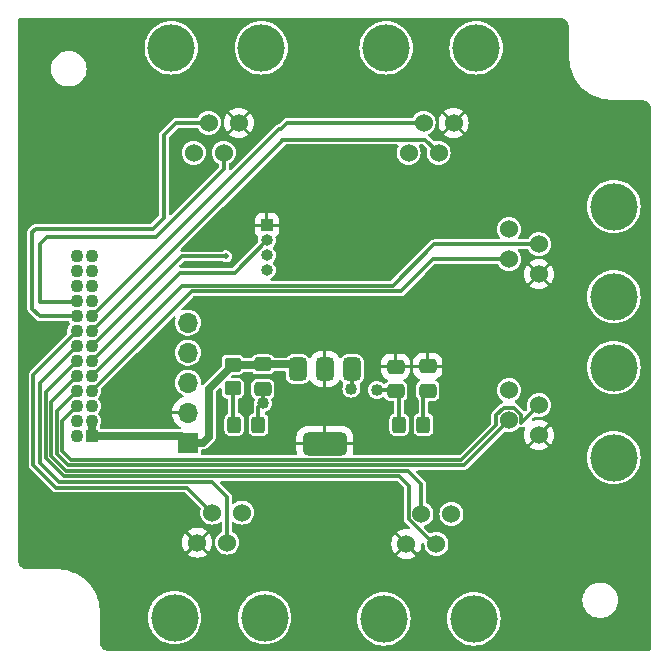
<source format=gbr>
%TF.GenerationSoftware,KiCad,Pcbnew,8.0.1-8.0.1-1~ubuntu22.04.1*%
%TF.CreationDate,2024-05-08T14:36:01-04:00*%
%TF.ProjectId,imu-splitter,696d752d-7370-46c6-9974-7465722e6b69,rev?*%
%TF.SameCoordinates,Original*%
%TF.FileFunction,Copper,L1,Top*%
%TF.FilePolarity,Positive*%
%FSLAX46Y46*%
G04 Gerber Fmt 4.6, Leading zero omitted, Abs format (unit mm)*
G04 Created by KiCad (PCBNEW 8.0.1-8.0.1-1~ubuntu22.04.1) date 2024-05-08 14:36:01*
%MOMM*%
%LPD*%
G01*
G04 APERTURE LIST*
G04 Aperture macros list*
%AMRoundRect*
0 Rectangle with rounded corners*
0 $1 Rounding radius*
0 $2 $3 $4 $5 $6 $7 $8 $9 X,Y pos of 4 corners*
0 Add a 4 corners polygon primitive as box body*
4,1,4,$2,$3,$4,$5,$6,$7,$8,$9,$2,$3,0*
0 Add four circle primitives for the rounded corners*
1,1,$1+$1,$2,$3*
1,1,$1+$1,$4,$5*
1,1,$1+$1,$6,$7*
1,1,$1+$1,$8,$9*
0 Add four rect primitives between the rounded corners*
20,1,$1+$1,$2,$3,$4,$5,0*
20,1,$1+$1,$4,$5,$6,$7,0*
20,1,$1+$1,$6,$7,$8,$9,0*
20,1,$1+$1,$8,$9,$2,$3,0*%
G04 Aperture macros list end*
%TA.AperFunction,ComponentPad*%
%ADD10C,1.524000*%
%TD*%
%TA.AperFunction,ComponentPad*%
%ADD11C,4.000000*%
%TD*%
%TA.AperFunction,SMDPad,CuDef*%
%ADD12RoundRect,0.250000X-0.475000X0.337500X-0.475000X-0.337500X0.475000X-0.337500X0.475000X0.337500X0*%
%TD*%
%TA.AperFunction,ComponentPad*%
%ADD13R,1.000000X1.000000*%
%TD*%
%TA.AperFunction,ComponentPad*%
%ADD14O,1.000000X1.000000*%
%TD*%
%TA.AperFunction,ComponentPad*%
%ADD15R,1.090000X1.090000*%
%TD*%
%TA.AperFunction,ComponentPad*%
%ADD16C,1.090000*%
%TD*%
%TA.AperFunction,SMDPad,CuDef*%
%ADD17RoundRect,0.250000X-0.325000X-0.450000X0.325000X-0.450000X0.325000X0.450000X-0.325000X0.450000X0*%
%TD*%
%TA.AperFunction,ComponentPad*%
%ADD18R,1.700000X1.700000*%
%TD*%
%TA.AperFunction,ComponentPad*%
%ADD19O,1.700000X1.700000*%
%TD*%
%TA.AperFunction,SMDPad,CuDef*%
%ADD20RoundRect,0.375000X-0.375000X0.625000X-0.375000X-0.625000X0.375000X-0.625000X0.375000X0.625000X0*%
%TD*%
%TA.AperFunction,SMDPad,CuDef*%
%ADD21RoundRect,0.500000X-1.400000X0.500000X-1.400000X-0.500000X1.400000X-0.500000X1.400000X0.500000X0*%
%TD*%
%TA.AperFunction,SMDPad,CuDef*%
%ADD22RoundRect,0.250000X0.325000X0.450000X-0.325000X0.450000X-0.325000X-0.450000X0.325000X-0.450000X0*%
%TD*%
%TA.AperFunction,SMDPad,CuDef*%
%ADD23RoundRect,0.250000X-0.450000X0.350000X-0.450000X-0.350000X0.450000X-0.350000X0.450000X0.350000X0*%
%TD*%
%TA.AperFunction,ViaPad*%
%ADD24C,0.508000*%
%TD*%
%TA.AperFunction,ViaPad*%
%ADD25C,1.016000*%
%TD*%
%TA.AperFunction,Conductor*%
%ADD26C,0.304800*%
%TD*%
%TA.AperFunction,Conductor*%
%ADD27C,0.635000*%
%TD*%
G04 APERTURE END LIST*
D10*
%TO.P,J6,1*%
%TO.N,+3.3V*%
X182720000Y-84000000D03*
%TO.P,J6,2*%
%TO.N,/TX5*%
X181450000Y-86540000D03*
%TO.P,J6,3*%
%TO.N,/RX5*%
X180180000Y-84000000D03*
%TO.P,J6,4*%
%TO.N,GND*%
X178910000Y-86540000D03*
D11*
%TO.P,J6,5*%
%TO.N,N/C*%
X184625000Y-77650000D03*
%TO.P,J6,6*%
X177000000Y-77650000D03*
%TD*%
D12*
%TO.P,C1,1*%
%TO.N,+5V*%
X184757000Y-104449500D03*
%TO.P,C1,2*%
%TO.N,GND*%
X184757000Y-106524500D03*
%TD*%
D13*
%TO.P,J8,1,Pin_1*%
%TO.N,+3.3V*%
X185091000Y-92676000D03*
D14*
%TO.P,J8,2,Pin_2*%
%TO.N,/TX6*%
X185091000Y-93946000D03*
%TO.P,J8,3,Pin_3*%
%TO.N,/RX6*%
X185091000Y-95216000D03*
%TO.P,J8,4,Pin_4*%
%TO.N,GND*%
X185091000Y-96486000D03*
%TD*%
D12*
%TO.P,C2,1*%
%TO.N,+3.3V*%
X196000000Y-104637500D03*
%TO.P,C2,2*%
%TO.N,GND*%
X196000000Y-106712500D03*
%TD*%
D15*
%TO.P,J7,1,Pin_1*%
%TO.N,+5V*%
X170262500Y-110532500D03*
D16*
%TO.P,J7,2,Pin_2*%
%TO.N,GND*%
X168992500Y-110532500D03*
%TO.P,J7,3,Pin_3*%
%TO.N,+5V*%
X170262500Y-109262500D03*
%TO.P,J7,4,Pin_4*%
%TO.N,GND*%
X168992500Y-109262500D03*
%TO.P,J7,5,Pin_5*%
%TO.N,unconnected-(J7-Pin_5-Pad5)*%
X170262500Y-107992500D03*
%TO.P,J7,6,Pin_6*%
%TO.N,/RX2*%
X168992500Y-107992500D03*
%TO.P,J7,7,Pin_7*%
%TO.N,/TX3*%
X170262500Y-106722500D03*
%TO.P,J7,8,Pin_8*%
%TO.N,/TX2*%
X168992500Y-106722500D03*
%TO.P,J7,9,Pin_9*%
%TO.N,/RX3*%
X170262500Y-105452500D03*
%TO.P,J7,10,Pin_10*%
%TO.N,/TX1*%
X168992500Y-105452500D03*
%TO.P,J7,11,Pin_11*%
%TO.N,/TX6*%
X170262500Y-104182500D03*
%TO.P,J7,12,Pin_12*%
%TO.N,/RX1*%
X168992500Y-104182500D03*
%TO.P,J7,13,Pin_13*%
%TO.N,/RX6*%
X170262500Y-102912500D03*
%TO.P,J7,14,Pin_14*%
%TO.N,/RX0*%
X168992500Y-102912500D03*
%TO.P,J7,15,Pin_15*%
%TO.N,/TX4*%
X170262500Y-101642500D03*
%TO.P,J7,16,Pin_16*%
%TO.N,/TX0*%
X168992500Y-101642500D03*
%TO.P,J7,17,Pin_17*%
%TO.N,/RX4*%
X170262500Y-100372500D03*
%TO.P,J7,18,Pin_18*%
%TO.N,/RX5*%
X168992500Y-100372500D03*
%TO.P,J7,19,Pin_19*%
%TO.N,unconnected-(J7-Pin_19-Pad19)*%
X170262500Y-99102500D03*
%TO.P,J7,20,Pin_20*%
%TO.N,/TX5*%
X168992500Y-99102500D03*
%TO.P,J7,21,Pin_21*%
%TO.N,unconnected-(J7-Pin_21-Pad21)*%
X170262500Y-97832500D03*
%TO.P,J7,22,Pin_22*%
%TO.N,GND*%
X168992500Y-97832500D03*
%TO.P,J7,23,Pin_23*%
%TO.N,unconnected-(J7-Pin_23-Pad23)*%
X170262500Y-96562500D03*
%TO.P,J7,24,Pin_24*%
%TO.N,GND*%
X168992500Y-96562500D03*
%TO.P,J7,25,Pin_25*%
%TO.N,unconnected-(J7-Pin_25-Pad25)*%
X170262500Y-95292500D03*
%TO.P,J7,26,Pin_26*%
%TO.N,unconnected-(J7-Pin_26-Pad26)*%
X168992500Y-95292500D03*
%TD*%
D10*
%TO.P,J1,1*%
%TO.N,+3.3V*%
X179190000Y-119540000D03*
%TO.P,J1,2*%
%TO.N,/TX0*%
X180460000Y-117000000D03*
%TO.P,J1,3*%
%TO.N,/RX0*%
X181730000Y-119540000D03*
%TO.P,J1,4*%
%TO.N,GND*%
X183000000Y-117000000D03*
D11*
%TO.P,J1,5*%
%TO.N,N/C*%
X177285000Y-125890000D03*
%TO.P,J1,6*%
X184910000Y-125890000D03*
%TD*%
D10*
%TO.P,J2,1*%
%TO.N,+3.3V*%
X196905000Y-119650000D03*
%TO.P,J2,2*%
%TO.N,/TX1*%
X198175000Y-117110000D03*
%TO.P,J2,3*%
%TO.N,/RX1*%
X199445000Y-119650000D03*
%TO.P,J2,4*%
%TO.N,GND*%
X200715000Y-117110000D03*
D11*
%TO.P,J2,5*%
%TO.N,N/C*%
X195000000Y-126000000D03*
%TO.P,J2,6*%
X202625000Y-126000000D03*
%TD*%
D17*
%TO.P,D2,1,K*%
%TO.N,GND*%
X196305000Y-109551000D03*
%TO.P,D2,2,A*%
%TO.N,Net-(D2-A)*%
X198355000Y-109551000D03*
%TD*%
D18*
%TO.P,J9,1,Pin_1*%
%TO.N,+5V*%
X178407000Y-111075000D03*
D19*
%TO.P,J9,2,Pin_2*%
%TO.N,+3.3V*%
X178407000Y-108535000D03*
%TO.P,J9,3,Pin_3*%
%TO.N,/TX0*%
X178407000Y-105995000D03*
%TO.P,J9,4,Pin_4*%
%TO.N,/RX0*%
X178407000Y-103455000D03*
%TO.P,J9,5,Pin_5*%
%TO.N,GND*%
X178407000Y-100915000D03*
%TD*%
D20*
%TO.P,U1,1,GND*%
%TO.N,GND*%
X192300000Y-104850000D03*
%TO.P,U1,2,VO*%
%TO.N,+3.3V*%
X190000000Y-104850000D03*
D21*
X190000000Y-111150000D03*
D20*
%TO.P,U1,3,VI*%
%TO.N,+5V*%
X187700000Y-104850000D03*
%TD*%
D22*
%TO.P,D1,1,K*%
%TO.N,GND*%
X184385000Y-109551000D03*
%TO.P,D1,2,A*%
%TO.N,Net-(D1-A)*%
X182335000Y-109551000D03*
%TD*%
D23*
%TO.P,R1,1*%
%TO.N,+5V*%
X182217000Y-104487000D03*
%TO.P,R1,2*%
%TO.N,Net-(D1-A)*%
X182217000Y-106487000D03*
%TD*%
D12*
%TO.P,R2,1*%
%TO.N,+3.3V*%
X198727000Y-104598000D03*
%TO.P,R2,2*%
%TO.N,Net-(D2-A)*%
X198727000Y-106673000D03*
%TD*%
D10*
%TO.P,J4,1*%
%TO.N,+3.3V*%
X208125000Y-96810000D03*
%TO.P,J4,2*%
%TO.N,/TX3*%
X205585000Y-95540000D03*
%TO.P,J4,3*%
%TO.N,/RX3*%
X208125000Y-94270000D03*
%TO.P,J4,4*%
%TO.N,GND*%
X205585000Y-93000000D03*
D11*
%TO.P,J4,5*%
%TO.N,N/C*%
X214475000Y-98715000D03*
%TO.P,J4,6*%
X214475000Y-91090000D03*
%TD*%
D10*
%TO.P,J3,1*%
%TO.N,+3.3V*%
X208125000Y-110440000D03*
%TO.P,J3,2*%
%TO.N,/TX2*%
X205585000Y-109170000D03*
%TO.P,J3,3*%
%TO.N,/RX2*%
X208125000Y-107900000D03*
%TO.P,J3,4*%
%TO.N,GND*%
X205585000Y-106630000D03*
D11*
%TO.P,J3,5*%
%TO.N,N/C*%
X214475000Y-112345000D03*
%TO.P,J3,6*%
X214475000Y-104720000D03*
%TD*%
D10*
%TO.P,J5,1*%
%TO.N,+3.3V*%
X200907500Y-84000000D03*
%TO.P,J5,2*%
%TO.N,/TX4*%
X199637500Y-86540000D03*
%TO.P,J5,3*%
%TO.N,/RX4*%
X198367500Y-84000000D03*
%TO.P,J5,4*%
%TO.N,GND*%
X197097500Y-86540000D03*
D11*
%TO.P,J5,5*%
%TO.N,N/C*%
X202812500Y-77650000D03*
%TO.P,J5,6*%
X195187500Y-77650000D03*
%TD*%
D24*
%TO.N,/RX6*%
X181632800Y-95301600D03*
D25*
%TO.N,GND*%
X192250000Y-106503000D03*
X194409000Y-106630000D03*
X184757000Y-107707000D03*
%TD*%
D26*
%TO.N,/RX6*%
X170262500Y-102912500D02*
X177873400Y-95301600D01*
X177873400Y-95301600D02*
X178330800Y-95301600D01*
X178330800Y-95301600D02*
X181632800Y-95301600D01*
%TO.N,/TX6*%
X170262500Y-104182500D02*
X177771800Y-96673200D01*
X177771800Y-96673200D02*
X182363800Y-96673200D01*
X182363800Y-96673200D02*
X185091000Y-93946000D01*
D27*
%TO.N,+5V*%
X184719500Y-104487000D02*
X184757000Y-104449500D01*
X180185000Y-106519000D02*
X182217000Y-104487000D01*
X180185000Y-110567000D02*
X180185000Y-106519000D01*
X184757000Y-104449500D02*
X187299500Y-104449500D01*
X178407000Y-111075000D02*
X179677000Y-111075000D01*
X177864500Y-110532500D02*
X178407000Y-111075000D01*
X182217000Y-104487000D02*
X184719500Y-104487000D01*
X170262500Y-110532500D02*
X177864500Y-110532500D01*
X179677000Y-111075000D02*
X180185000Y-110567000D01*
X187299500Y-104449500D02*
X187700000Y-104850000D01*
X170262500Y-110532500D02*
X170262500Y-109262500D01*
D26*
%TO.N,GND*%
X194414000Y-106625000D02*
X194409000Y-106630000D01*
X192300000Y-106453000D02*
X192250000Y-106503000D01*
X184757000Y-106437000D02*
X184757000Y-107707000D01*
X184385000Y-109551000D02*
X184385000Y-108079000D01*
X196000000Y-106625000D02*
X194414000Y-106625000D01*
X184385000Y-108079000D02*
X184757000Y-107707000D01*
X192300000Y-104850000D02*
X192300000Y-106453000D01*
X196305000Y-109551000D02*
X196305000Y-107017500D01*
X196305000Y-107017500D02*
X196000000Y-106712500D01*
%TO.N,/TX0*%
X165326000Y-112980000D02*
X165326000Y-105309000D01*
X180460000Y-117000000D02*
X178345000Y-114885000D01*
X167231000Y-114885000D02*
X165326000Y-112980000D01*
X165326000Y-105309000D02*
X168992500Y-101642500D01*
X178345000Y-114885000D02*
X167231000Y-114885000D01*
%TO.N,/RX0*%
X167485000Y-114377000D02*
X165872000Y-112764000D01*
X181730000Y-115668000D02*
X180439000Y-114377000D01*
X181730000Y-119540000D02*
X181730000Y-115668000D01*
X165872000Y-112764000D02*
X165872000Y-106033000D01*
X180439000Y-114377000D02*
X167485000Y-114377000D01*
X165872000Y-106033000D02*
X168992500Y-102912500D01*
%TO.N,/TX1*%
X166837200Y-107607800D02*
X168992500Y-105452500D01*
X166837200Y-112193622D02*
X166837200Y-107607800D01*
X198175000Y-114587000D02*
X198175000Y-117110000D01*
X168106178Y-113462600D02*
X166837200Y-112193622D01*
X197050600Y-113462600D02*
X168106178Y-113462600D01*
X197050600Y-113462600D02*
X198175000Y-114587000D01*
%TO.N,/RX1*%
X197108200Y-117551884D02*
X199206316Y-119650000D01*
X197126800Y-114758000D02*
X197126800Y-116649516D01*
X167916800Y-113919800D02*
X196288600Y-113919800D01*
X166380000Y-112383000D02*
X167916800Y-113919800D01*
X197108200Y-116668116D02*
X197108200Y-117551884D01*
X168992500Y-104182500D02*
X166380000Y-106795000D01*
X196288600Y-113919800D02*
X197126800Y-114758000D01*
X197126800Y-116649516D02*
X197108200Y-116668116D01*
X166380000Y-106795000D02*
X166380000Y-112383000D01*
X199206316Y-119650000D02*
X199445000Y-119650000D01*
%TO.N,/TX2*%
X167294400Y-112004244D02*
X167294400Y-108420600D01*
X201749600Y-113005400D02*
X168295556Y-113005400D01*
X167294400Y-108420600D02*
X168992500Y-106722500D01*
X168295556Y-113005400D02*
X167294400Y-112004244D01*
X205585000Y-109170000D02*
X201749600Y-113005400D01*
%TO.N,/RX2*%
X204518200Y-109590222D02*
X201560222Y-112548200D01*
X167751600Y-109233400D02*
X168992500Y-107992500D01*
X168484934Y-112548200D02*
X167751600Y-111814866D01*
X208125000Y-107900000D02*
X206651800Y-109373200D01*
X206026884Y-108103200D02*
X205143116Y-108103200D01*
X206651800Y-108728116D02*
X206026884Y-108103200D01*
X204518200Y-108728116D02*
X204518200Y-109590222D01*
X205143116Y-108103200D02*
X204518200Y-108728116D01*
X167751600Y-111814866D02*
X167751600Y-109233400D01*
X206651800Y-109373200D02*
X206651800Y-108728116D01*
X201560222Y-112548200D02*
X168484934Y-112548200D01*
%TO.N,/TX3*%
X196441000Y-98248000D02*
X199149000Y-95540000D01*
X199149000Y-95540000D02*
X205585000Y-95540000D01*
X170262500Y-106722500D02*
X178737000Y-98248000D01*
X178737000Y-98248000D02*
X196441000Y-98248000D01*
%TO.N,/RX3*%
X199276000Y-94270000D02*
X208125000Y-94270000D01*
X170262500Y-105452500D02*
X177924200Y-97790800D01*
X195755200Y-97790800D02*
X199276000Y-94270000D01*
X177924200Y-97790800D02*
X195755200Y-97790800D01*
%TO.N,/RX4*%
X186813000Y-84000000D02*
X198367500Y-84000000D01*
X186281000Y-84532000D02*
X186813000Y-84000000D01*
X170262500Y-100372500D02*
X186103000Y-84532000D01*
X186103000Y-84532000D02*
X186281000Y-84532000D01*
%TO.N,/TX4*%
X186408000Y-85421000D02*
X186408000Y-85497000D01*
X198518500Y-85421000D02*
X186408000Y-85421000D01*
X186408000Y-85497000D02*
X170262500Y-101642500D01*
X199637500Y-86540000D02*
X198518500Y-85421000D01*
%TO.N,/TX5*%
X165884800Y-94234800D02*
X165884800Y-99162400D01*
X166443600Y-93676000D02*
X165884800Y-94234800D01*
X168932600Y-99162400D02*
X168992500Y-99102500D01*
X175689200Y-93676000D02*
X166443600Y-93676000D01*
X165884800Y-99162400D02*
X168932600Y-99162400D01*
X181450000Y-87915200D02*
X175689200Y-93676000D01*
X181450000Y-86540000D02*
X181450000Y-87915200D01*
%TO.N,/RX5*%
X165224400Y-93269600D02*
X165224400Y-99721200D01*
X165529200Y-92964800D02*
X165224400Y-93269600D01*
X176375000Y-85040000D02*
X176375000Y-92025000D01*
X175435200Y-92964800D02*
X165529200Y-92964800D01*
X165875700Y-100372500D02*
X168992500Y-100372500D01*
X177415000Y-84000000D02*
X176375000Y-85040000D01*
X165224400Y-99721200D02*
X165875700Y-100372500D01*
X176375000Y-92025000D02*
X175435200Y-92964800D01*
X180180000Y-84000000D02*
X177415000Y-84000000D01*
%TO.N,Net-(D1-A)*%
X182217000Y-106487000D02*
X182217000Y-109433000D01*
X182217000Y-109433000D02*
X182335000Y-109551000D01*
%TO.N,Net-(D2-A)*%
X198355000Y-109551000D02*
X198355000Y-107045000D01*
X198355000Y-107045000D02*
X198727000Y-106673000D01*
%TD*%
%TA.AperFunction,Conductor*%
%TO.N,+3.3V*%
G36*
X209837676Y-75100502D02*
G01*
X209849676Y-75100501D01*
X209849678Y-75100502D01*
X209883372Y-75100500D01*
X209895712Y-75101105D01*
X210033180Y-75114639D01*
X210057408Y-75119458D01*
X210183630Y-75157744D01*
X210206451Y-75167196D01*
X210322783Y-75229376D01*
X210343320Y-75243099D01*
X210445281Y-75326779D01*
X210462748Y-75344247D01*
X210546423Y-75446212D01*
X210560141Y-75466744D01*
X210622319Y-75583086D01*
X210631769Y-75605905D01*
X210670050Y-75732133D01*
X210674867Y-75756361D01*
X210688443Y-75894323D01*
X210689049Y-75906673D01*
X210689045Y-75953051D01*
X210689050Y-75953098D01*
X210689050Y-78471888D01*
X210689089Y-78472288D01*
X210689087Y-78598090D01*
X210689087Y-78598108D01*
X210724044Y-78953089D01*
X210724049Y-78953123D01*
X210793631Y-79302962D01*
X210793635Y-79302979D01*
X210897181Y-79644343D01*
X210897183Y-79644348D01*
X211006941Y-79909337D01*
X211033691Y-79973918D01*
X211201847Y-80288525D01*
X211352863Y-80514540D01*
X211400030Y-80585132D01*
X211400036Y-80585140D01*
X211626331Y-80860887D01*
X211626335Y-80860891D01*
X211878578Y-81113136D01*
X212154331Y-81339443D01*
X212154335Y-81339445D01*
X212154339Y-81339449D01*
X212381666Y-81491344D01*
X212450939Y-81537631D01*
X212765544Y-81705791D01*
X213095118Y-81842304D01*
X213436485Y-81945856D01*
X213786358Y-82015448D01*
X214141368Y-82050411D01*
X214319732Y-82050409D01*
X214359614Y-82050409D01*
X216786782Y-82050409D01*
X216786860Y-82050416D01*
X216799602Y-82050414D01*
X216799605Y-82050415D01*
X216833309Y-82050409D01*
X216845627Y-82051012D01*
X216983116Y-82064537D01*
X217007345Y-82069354D01*
X217133580Y-82107633D01*
X217156402Y-82117085D01*
X217272741Y-82179261D01*
X217293281Y-82192984D01*
X217395252Y-82276663D01*
X217412717Y-82294127D01*
X217496403Y-82396099D01*
X217510125Y-82416636D01*
X217572303Y-82532973D01*
X217581756Y-82555796D01*
X217620041Y-82682032D01*
X217624858Y-82706262D01*
X217638352Y-82843396D01*
X217638958Y-82855746D01*
X217638954Y-82902958D01*
X217638959Y-82903005D01*
X217638959Y-128429512D01*
X217637406Y-128449235D01*
X217627414Y-128512282D01*
X217615231Y-128549768D01*
X217590802Y-128597706D01*
X217567633Y-128629592D01*
X217529592Y-128667633D01*
X217497706Y-128690802D01*
X217449768Y-128715231D01*
X217412282Y-128727414D01*
X217373416Y-128733573D01*
X217349233Y-128737406D01*
X217329512Y-128738959D01*
X171756093Y-128738959D01*
X171743744Y-128738352D01*
X171709742Y-128735003D01*
X171606284Y-128724814D01*
X171582058Y-128719995D01*
X171455837Y-128681706D01*
X171433016Y-128672254D01*
X171316680Y-128610070D01*
X171296143Y-128596347D01*
X171194183Y-128512669D01*
X171176716Y-128495202D01*
X171138993Y-128449235D01*
X171093032Y-128393228D01*
X171079311Y-128372691D01*
X171017136Y-128256362D01*
X171007686Y-128233549D01*
X170976282Y-128130008D01*
X170969399Y-128107314D01*
X170964581Y-128083089D01*
X170959741Y-128033932D01*
X170951014Y-127945288D01*
X170950409Y-127932952D01*
X170950411Y-127899585D01*
X170950410Y-127899583D01*
X170950411Y-127887583D01*
X170950409Y-127887551D01*
X170950409Y-125890003D01*
X175025663Y-125890003D01*
X175044991Y-126184898D01*
X175044993Y-126184913D01*
X175102648Y-126474757D01*
X175102650Y-126474767D01*
X175197642Y-126754603D01*
X175197648Y-126754617D01*
X175328355Y-127019666D01*
X175492546Y-127265396D01*
X175492549Y-127265400D01*
X175687406Y-127487593D01*
X175909599Y-127682450D01*
X175909603Y-127682453D01*
X176155331Y-127846643D01*
X176420389Y-127977355D01*
X176700241Y-128072352D01*
X176950789Y-128122189D01*
X176990086Y-128130006D01*
X176990088Y-128130006D01*
X176990097Y-128130008D01*
X177158613Y-128141053D01*
X177284997Y-128149337D01*
X177285000Y-128149337D01*
X177285003Y-128149337D01*
X177395588Y-128142088D01*
X177579903Y-128130008D01*
X177869759Y-128072352D01*
X178149611Y-127977355D01*
X178414669Y-127846643D01*
X178660397Y-127682453D01*
X178882593Y-127487593D01*
X179077453Y-127265397D01*
X179241643Y-127019669D01*
X179372355Y-126754611D01*
X179467352Y-126474759D01*
X179525008Y-126184903D01*
X179544337Y-125890003D01*
X182650663Y-125890003D01*
X182669991Y-126184898D01*
X182669993Y-126184913D01*
X182727648Y-126474757D01*
X182727650Y-126474767D01*
X182822642Y-126754603D01*
X182822648Y-126754617D01*
X182953355Y-127019666D01*
X183117546Y-127265396D01*
X183117549Y-127265400D01*
X183312406Y-127487593D01*
X183534599Y-127682450D01*
X183534603Y-127682453D01*
X183780331Y-127846643D01*
X184045389Y-127977355D01*
X184325241Y-128072352D01*
X184575789Y-128122189D01*
X184615086Y-128130006D01*
X184615088Y-128130006D01*
X184615097Y-128130008D01*
X184783613Y-128141053D01*
X184909997Y-128149337D01*
X184910000Y-128149337D01*
X184910003Y-128149337D01*
X185020588Y-128142088D01*
X185204903Y-128130008D01*
X185494759Y-128072352D01*
X185774611Y-127977355D01*
X186039669Y-127846643D01*
X186285397Y-127682453D01*
X186507593Y-127487593D01*
X186702453Y-127265397D01*
X186866643Y-127019669D01*
X186997355Y-126754611D01*
X187092352Y-126474759D01*
X187150008Y-126184903D01*
X187162127Y-126000003D01*
X192740663Y-126000003D01*
X192759991Y-126294898D01*
X192759993Y-126294913D01*
X192817648Y-126584757D01*
X192817650Y-126584767D01*
X192912642Y-126864603D01*
X192912648Y-126864617D01*
X193043355Y-127129666D01*
X193207546Y-127375396D01*
X193207549Y-127375400D01*
X193402406Y-127597593D01*
X193624599Y-127792450D01*
X193624603Y-127792453D01*
X193870331Y-127956643D01*
X194135389Y-128087355D01*
X194415241Y-128182352D01*
X194665789Y-128232189D01*
X194705086Y-128240006D01*
X194705088Y-128240006D01*
X194705097Y-128240008D01*
X194873613Y-128251053D01*
X194999997Y-128259337D01*
X195000000Y-128259337D01*
X195000003Y-128259337D01*
X195110588Y-128252088D01*
X195294903Y-128240008D01*
X195584759Y-128182352D01*
X195864611Y-128087355D01*
X196129669Y-127956643D01*
X196375397Y-127792453D01*
X196597593Y-127597593D01*
X196792453Y-127375397D01*
X196956643Y-127129669D01*
X197087355Y-126864611D01*
X197182352Y-126584759D01*
X197240008Y-126294903D01*
X197259337Y-126000003D01*
X200365663Y-126000003D01*
X200384991Y-126294898D01*
X200384993Y-126294913D01*
X200442648Y-126584757D01*
X200442650Y-126584767D01*
X200537642Y-126864603D01*
X200537648Y-126864617D01*
X200668355Y-127129666D01*
X200832546Y-127375396D01*
X200832549Y-127375400D01*
X201027406Y-127597593D01*
X201249599Y-127792450D01*
X201249603Y-127792453D01*
X201495331Y-127956643D01*
X201760389Y-128087355D01*
X202040241Y-128182352D01*
X202290789Y-128232189D01*
X202330086Y-128240006D01*
X202330088Y-128240006D01*
X202330097Y-128240008D01*
X202498613Y-128251053D01*
X202624997Y-128259337D01*
X202625000Y-128259337D01*
X202625003Y-128259337D01*
X202735588Y-128252088D01*
X202919903Y-128240008D01*
X203209759Y-128182352D01*
X203489611Y-128087355D01*
X203754669Y-127956643D01*
X204000397Y-127792453D01*
X204222593Y-127597593D01*
X204417453Y-127375397D01*
X204581643Y-127129669D01*
X204712355Y-126864611D01*
X204807352Y-126584759D01*
X204865008Y-126294903D01*
X204884337Y-126000000D01*
X204865008Y-125705097D01*
X204860056Y-125680204D01*
X204843128Y-125595101D01*
X204807352Y-125415241D01*
X204712355Y-125135389D01*
X204581643Y-124870332D01*
X204417453Y-124624603D01*
X204417450Y-124624599D01*
X204237786Y-124419730D01*
X211814087Y-124419730D01*
X211831063Y-124624603D01*
X211834623Y-124667558D01*
X211895665Y-124908607D01*
X211895668Y-124908614D01*
X211995556Y-125136336D01*
X212131565Y-125344515D01*
X212299979Y-125527462D01*
X212299984Y-125527466D01*
X212299986Y-125527468D01*
X212386862Y-125595086D01*
X212496220Y-125680203D01*
X212496221Y-125680204D01*
X212714920Y-125798558D01*
X212714922Y-125798559D01*
X212838407Y-125840951D01*
X212950116Y-125879301D01*
X213195395Y-125920230D01*
X213195399Y-125920230D01*
X213444061Y-125920230D01*
X213444065Y-125920230D01*
X213689344Y-125879301D01*
X213924540Y-125798558D01*
X214143239Y-125680204D01*
X214339474Y-125527468D01*
X214385697Y-125477257D01*
X214507894Y-125344515D01*
X214538839Y-125297150D01*
X214643903Y-125136337D01*
X214743793Y-124908611D01*
X214804838Y-124667551D01*
X214825373Y-124419730D01*
X214804838Y-124171909D01*
X214743793Y-123930849D01*
X214643903Y-123703123D01*
X214538839Y-123542310D01*
X214507894Y-123494944D01*
X214339480Y-123311997D01*
X214265397Y-123254336D01*
X214143239Y-123159256D01*
X214143238Y-123159255D01*
X213924539Y-123040901D01*
X213924537Y-123040900D01*
X213689348Y-122960160D01*
X213689339Y-122960158D01*
X213640566Y-122952019D01*
X213444065Y-122919230D01*
X213195395Y-122919230D01*
X213031683Y-122946548D01*
X212950120Y-122960158D01*
X212950111Y-122960160D01*
X212714922Y-123040900D01*
X212714920Y-123040901D01*
X212496221Y-123159255D01*
X212496220Y-123159256D01*
X212299979Y-123311997D01*
X212131565Y-123494944D01*
X211995556Y-123703123D01*
X211895668Y-123930845D01*
X211895665Y-123930852D01*
X211834623Y-124171901D01*
X211834622Y-124171907D01*
X211834622Y-124171909D01*
X211814087Y-124419730D01*
X204237786Y-124419730D01*
X204222593Y-124402406D01*
X204000400Y-124207549D01*
X204000396Y-124207546D01*
X203754666Y-124043355D01*
X203489617Y-123912648D01*
X203489611Y-123912645D01*
X203489606Y-123912643D01*
X203489603Y-123912642D01*
X203209767Y-123817650D01*
X203209761Y-123817648D01*
X203209759Y-123817648D01*
X203126619Y-123801110D01*
X202919913Y-123759993D01*
X202919898Y-123759991D01*
X202625003Y-123740663D01*
X202624997Y-123740663D01*
X202330101Y-123759991D01*
X202330086Y-123759993D01*
X202081810Y-123809379D01*
X202040241Y-123817648D01*
X202040239Y-123817648D01*
X202040232Y-123817650D01*
X201760396Y-123912642D01*
X201760382Y-123912648D01*
X201495334Y-124043355D01*
X201249603Y-124207546D01*
X201249599Y-124207549D01*
X201027406Y-124402406D01*
X200832549Y-124624599D01*
X200832546Y-124624603D01*
X200668355Y-124870334D01*
X200537648Y-125135382D01*
X200537642Y-125135396D01*
X200442650Y-125415232D01*
X200442648Y-125415242D01*
X200384993Y-125705086D01*
X200384991Y-125705101D01*
X200365663Y-125999996D01*
X200365663Y-126000003D01*
X197259337Y-126000003D01*
X197259337Y-126000000D01*
X197240008Y-125705097D01*
X197235056Y-125680204D01*
X197218128Y-125595101D01*
X197182352Y-125415241D01*
X197087355Y-125135389D01*
X196956643Y-124870332D01*
X196792453Y-124624603D01*
X196792450Y-124624599D01*
X196597593Y-124402406D01*
X196375400Y-124207549D01*
X196375396Y-124207546D01*
X196129666Y-124043355D01*
X195864617Y-123912648D01*
X195864611Y-123912645D01*
X195864606Y-123912643D01*
X195864603Y-123912642D01*
X195584767Y-123817650D01*
X195584761Y-123817648D01*
X195584759Y-123817648D01*
X195501619Y-123801110D01*
X195294913Y-123759993D01*
X195294898Y-123759991D01*
X195000003Y-123740663D01*
X194999997Y-123740663D01*
X194705101Y-123759991D01*
X194705086Y-123759993D01*
X194456810Y-123809379D01*
X194415241Y-123817648D01*
X194415239Y-123817648D01*
X194415232Y-123817650D01*
X194135396Y-123912642D01*
X194135382Y-123912648D01*
X193870334Y-124043355D01*
X193624603Y-124207546D01*
X193624599Y-124207549D01*
X193402406Y-124402406D01*
X193207549Y-124624599D01*
X193207546Y-124624603D01*
X193043355Y-124870334D01*
X192912648Y-125135382D01*
X192912642Y-125135396D01*
X192817650Y-125415232D01*
X192817648Y-125415242D01*
X192759993Y-125705086D01*
X192759991Y-125705101D01*
X192740663Y-125999996D01*
X192740663Y-126000003D01*
X187162127Y-126000003D01*
X187169337Y-125890000D01*
X187150008Y-125595097D01*
X187092352Y-125305241D01*
X187089605Y-125297150D01*
X187034695Y-125135389D01*
X186997355Y-125025389D01*
X186866643Y-124760332D01*
X186702453Y-124514603D01*
X186702450Y-124514599D01*
X186507593Y-124292406D01*
X186285400Y-124097549D01*
X186285396Y-124097546D01*
X186039666Y-123933355D01*
X185794025Y-123812219D01*
X185774611Y-123802645D01*
X185774606Y-123802643D01*
X185774603Y-123802642D01*
X185494767Y-123707650D01*
X185494761Y-123707648D01*
X185494759Y-123707648D01*
X185411619Y-123691110D01*
X185204913Y-123649993D01*
X185204898Y-123649991D01*
X184910003Y-123630663D01*
X184909997Y-123630663D01*
X184615101Y-123649991D01*
X184615086Y-123649993D01*
X184366810Y-123699379D01*
X184325241Y-123707648D01*
X184325239Y-123707648D01*
X184325232Y-123707650D01*
X184045396Y-123802642D01*
X184045382Y-123802648D01*
X183780334Y-123933355D01*
X183534603Y-124097546D01*
X183534599Y-124097549D01*
X183312406Y-124292406D01*
X183117549Y-124514599D01*
X183117546Y-124514603D01*
X182953355Y-124760334D01*
X182822648Y-125025382D01*
X182822642Y-125025396D01*
X182727650Y-125305232D01*
X182727648Y-125305242D01*
X182669993Y-125595086D01*
X182669991Y-125595101D01*
X182650663Y-125889996D01*
X182650663Y-125890003D01*
X179544337Y-125890003D01*
X179544337Y-125890000D01*
X179525008Y-125595097D01*
X179467352Y-125305241D01*
X179464605Y-125297150D01*
X179409695Y-125135389D01*
X179372355Y-125025389D01*
X179241643Y-124760332D01*
X179077453Y-124514603D01*
X179077450Y-124514599D01*
X178882593Y-124292406D01*
X178660400Y-124097549D01*
X178660396Y-124097546D01*
X178414666Y-123933355D01*
X178169025Y-123812219D01*
X178149611Y-123802645D01*
X178149606Y-123802643D01*
X178149603Y-123802642D01*
X177869767Y-123707650D01*
X177869761Y-123707648D01*
X177869759Y-123707648D01*
X177786619Y-123691110D01*
X177579913Y-123649993D01*
X177579898Y-123649991D01*
X177285003Y-123630663D01*
X177284997Y-123630663D01*
X176990101Y-123649991D01*
X176990086Y-123649993D01*
X176741810Y-123699379D01*
X176700241Y-123707648D01*
X176700239Y-123707648D01*
X176700232Y-123707650D01*
X176420396Y-123802642D01*
X176420382Y-123802648D01*
X176155334Y-123933355D01*
X175909603Y-124097546D01*
X175909599Y-124097549D01*
X175687406Y-124292406D01*
X175492549Y-124514599D01*
X175492546Y-124514603D01*
X175328355Y-124760334D01*
X175197648Y-125025382D01*
X175197642Y-125025396D01*
X175102650Y-125305232D01*
X175102648Y-125305242D01*
X175044993Y-125595086D01*
X175044991Y-125595101D01*
X175025663Y-125889996D01*
X175025663Y-125890003D01*
X170950409Y-125890003D01*
X170950409Y-125472010D01*
X170950450Y-125471866D01*
X170950449Y-125419726D01*
X170950450Y-125419726D01*
X170950447Y-125241362D01*
X170915475Y-124886352D01*
X170845875Y-124536480D01*
X170742317Y-124195114D01*
X170679455Y-124043357D01*
X170605802Y-123865547D01*
X170605797Y-123865537D01*
X170517167Y-123699728D01*
X170437635Y-123550938D01*
X170360499Y-123435498D01*
X170239448Y-123254336D01*
X170239444Y-123254331D01*
X170013136Y-122978578D01*
X169760890Y-122726335D01*
X169753156Y-122719988D01*
X169485152Y-122500043D01*
X169485142Y-122500036D01*
X169485135Y-122500030D01*
X169257797Y-122348128D01*
X169188528Y-122301844D01*
X168873920Y-122133683D01*
X168797669Y-122102099D01*
X168544346Y-121997169D01*
X168544341Y-121997167D01*
X168544340Y-121997167D01*
X168202994Y-121893619D01*
X168202985Y-121893616D01*
X168202979Y-121893615D01*
X167853106Y-121824019D01*
X167853102Y-121824018D01*
X167853099Y-121824018D01*
X167498100Y-121789051D01*
X167498087Y-121789050D01*
X167359612Y-121789050D01*
X164806187Y-121789050D01*
X164793837Y-121788443D01*
X164656372Y-121774904D01*
X164632147Y-121770086D01*
X164505908Y-121731793D01*
X164483089Y-121722341D01*
X164366752Y-121660160D01*
X164346215Y-121646438D01*
X164244240Y-121562753D01*
X164226774Y-121545288D01*
X164143082Y-121443315D01*
X164129364Y-121422787D01*
X164067171Y-121306441D01*
X164057722Y-121283629D01*
X164019423Y-121157395D01*
X164014603Y-121133170D01*
X164001107Y-120996207D01*
X164000500Y-120983851D01*
X164000500Y-119540000D01*
X177915149Y-119540000D01*
X177934517Y-119761374D01*
X177992031Y-119976023D01*
X177992033Y-119976027D01*
X178085946Y-120177424D01*
X178085947Y-120177426D01*
X178204151Y-120346240D01*
X178204153Y-120346240D01*
X178845347Y-119705045D01*
X178885124Y-119773940D01*
X178956060Y-119844876D01*
X179024952Y-119884651D01*
X178383758Y-120525845D01*
X178552575Y-120644053D01*
X178552574Y-120644053D01*
X178753972Y-120737966D01*
X178753976Y-120737968D01*
X178968625Y-120795482D01*
X179190000Y-120814850D01*
X179411374Y-120795482D01*
X179626023Y-120737968D01*
X179626027Y-120737966D01*
X179827425Y-120644053D01*
X179996240Y-120525846D01*
X179996240Y-120525844D01*
X179355047Y-119884651D01*
X179423940Y-119844876D01*
X179494876Y-119773940D01*
X179534651Y-119705047D01*
X180175844Y-120346240D01*
X180175846Y-120346240D01*
X180294053Y-120177425D01*
X180387966Y-119976027D01*
X180387968Y-119976023D01*
X180445482Y-119761374D01*
X180461408Y-119579346D01*
X180476833Y-119539913D01*
X180463136Y-119513149D01*
X180461408Y-119500653D01*
X180445482Y-119318625D01*
X180387968Y-119103976D01*
X180387966Y-119103972D01*
X180294052Y-118902574D01*
X180175846Y-118733758D01*
X180175845Y-118733758D01*
X179534651Y-119374952D01*
X179494876Y-119306060D01*
X179423940Y-119235124D01*
X179355045Y-119195347D01*
X179996240Y-118554153D01*
X179996240Y-118554151D01*
X179827426Y-118435947D01*
X179827424Y-118435946D01*
X179626027Y-118342033D01*
X179626023Y-118342031D01*
X179411374Y-118284517D01*
X179190000Y-118265149D01*
X178968625Y-118284517D01*
X178753976Y-118342031D01*
X178753972Y-118342033D01*
X178552571Y-118435948D01*
X178383758Y-118554151D01*
X178383758Y-118554152D01*
X179024953Y-119195348D01*
X178956060Y-119235124D01*
X178885124Y-119306060D01*
X178845348Y-119374953D01*
X178204152Y-118733758D01*
X178204151Y-118733758D01*
X178085948Y-118902571D01*
X177992033Y-119103972D01*
X177992031Y-119103976D01*
X177934517Y-119318625D01*
X177915149Y-119540000D01*
X164000500Y-119540000D01*
X164000500Y-99774773D01*
X164817500Y-99774773D01*
X164845229Y-99878257D01*
X164845230Y-99878260D01*
X164898796Y-99971039D01*
X164898804Y-99971049D01*
X165625850Y-100698095D01*
X165625855Y-100698099D01*
X165625857Y-100698101D01*
X165718642Y-100751670D01*
X165746372Y-100759100D01*
X165822131Y-100779400D01*
X168234307Y-100779400D01*
X168302428Y-100799402D01*
X168340994Y-100838364D01*
X168363469Y-100874134D01*
X168407740Y-100918405D01*
X168441766Y-100980717D01*
X168436701Y-101051532D01*
X168407740Y-101096595D01*
X168363469Y-101140865D01*
X168363468Y-101140867D01*
X168267618Y-101293411D01*
X168267617Y-101293414D01*
X168215867Y-101441310D01*
X168208113Y-101463469D01*
X168187941Y-101642500D01*
X168204348Y-101788117D01*
X168192098Y-101858049D01*
X168168235Y-101891319D01*
X165000404Y-105059150D01*
X165000396Y-105059160D01*
X164946832Y-105151936D01*
X164921170Y-105247708D01*
X164921169Y-105247711D01*
X164919100Y-105255428D01*
X164919100Y-113033573D01*
X164946829Y-113137057D01*
X164946830Y-113137060D01*
X165000396Y-113229839D01*
X165000404Y-113229849D01*
X166981149Y-115210594D01*
X166981152Y-115210596D01*
X166981157Y-115210601D01*
X167073943Y-115264170D01*
X167073944Y-115264170D01*
X167073946Y-115264171D01*
X167177426Y-115291899D01*
X167177430Y-115291900D01*
X167177431Y-115291900D01*
X178124266Y-115291900D01*
X178192387Y-115311902D01*
X178213361Y-115328805D01*
X179457657Y-116573101D01*
X179491683Y-116635413D01*
X179489137Y-116698771D01*
X179458206Y-116800737D01*
X179438582Y-116999996D01*
X179438582Y-117000003D01*
X179458206Y-117199261D01*
X179458206Y-117199263D01*
X179516332Y-117390877D01*
X179516334Y-117390883D01*
X179610720Y-117567466D01*
X179610722Y-117567469D01*
X179737748Y-117722252D01*
X179892531Y-117849278D01*
X180069120Y-117943667D01*
X180260731Y-118001792D01*
X180260735Y-118001792D01*
X180260737Y-118001793D01*
X180459997Y-118021418D01*
X180460000Y-118021418D01*
X180460003Y-118021418D01*
X180659261Y-118001793D01*
X180659263Y-118001793D01*
X180659264Y-118001792D01*
X180659269Y-118001792D01*
X180850880Y-117943667D01*
X181027469Y-117849278D01*
X181117168Y-117775664D01*
X181182514Y-117747911D01*
X181252492Y-117759893D01*
X181304884Y-117807806D01*
X181323100Y-117873064D01*
X181323100Y-118529373D01*
X181303098Y-118597494D01*
X181256498Y-118640494D01*
X181162533Y-118690720D01*
X181007748Y-118817748D01*
X180880720Y-118972533D01*
X180786334Y-119149116D01*
X180786332Y-119149122D01*
X180728206Y-119340736D01*
X180728206Y-119340738D01*
X180712322Y-119502021D01*
X180697016Y-119539926D01*
X180710459Y-119565502D01*
X180712322Y-119577978D01*
X180728206Y-119739261D01*
X180728206Y-119739263D01*
X180786332Y-119930877D01*
X180786334Y-119930883D01*
X180869261Y-120086027D01*
X180880722Y-120107469D01*
X181007748Y-120262252D01*
X181162531Y-120389278D01*
X181339120Y-120483667D01*
X181530731Y-120541792D01*
X181530735Y-120541792D01*
X181530737Y-120541793D01*
X181729997Y-120561418D01*
X181730000Y-120561418D01*
X181730003Y-120561418D01*
X181929261Y-120541793D01*
X181929263Y-120541793D01*
X181929264Y-120541792D01*
X181929269Y-120541792D01*
X182120880Y-120483667D01*
X182297469Y-120389278D01*
X182452252Y-120262252D01*
X182579278Y-120107469D01*
X182673667Y-119930880D01*
X182731792Y-119739269D01*
X182736934Y-119687061D01*
X182751418Y-119540003D01*
X182751418Y-119539996D01*
X182731793Y-119340738D01*
X182731793Y-119340736D01*
X182731792Y-119340733D01*
X182731792Y-119340731D01*
X182673667Y-119149120D01*
X182579278Y-118972531D01*
X182452252Y-118817748D01*
X182297469Y-118690722D01*
X182297467Y-118690721D01*
X182297466Y-118690720D01*
X182203502Y-118640494D01*
X182152855Y-118590741D01*
X182136900Y-118529373D01*
X182136900Y-117873064D01*
X182156902Y-117804943D01*
X182210558Y-117758450D01*
X182280832Y-117748346D01*
X182342831Y-117775664D01*
X182432531Y-117849278D01*
X182609120Y-117943667D01*
X182800731Y-118001792D01*
X182800735Y-118001792D01*
X182800737Y-118001793D01*
X182999997Y-118021418D01*
X183000000Y-118021418D01*
X183000003Y-118021418D01*
X183199261Y-118001793D01*
X183199263Y-118001793D01*
X183199264Y-118001792D01*
X183199269Y-118001792D01*
X183390880Y-117943667D01*
X183567469Y-117849278D01*
X183722252Y-117722252D01*
X183849278Y-117567469D01*
X183943667Y-117390880D01*
X184001792Y-117199269D01*
X184010584Y-117110000D01*
X184021418Y-117000003D01*
X184021418Y-116999996D01*
X184001793Y-116800738D01*
X184001793Y-116800736D01*
X184001792Y-116800733D01*
X184001792Y-116800731D01*
X183943667Y-116609120D01*
X183849278Y-116432531D01*
X183722252Y-116277748D01*
X183567469Y-116150722D01*
X183567467Y-116150721D01*
X183567466Y-116150720D01*
X183390883Y-116056334D01*
X183390877Y-116056332D01*
X183199262Y-115998206D01*
X183000003Y-115978582D01*
X182999997Y-115978582D01*
X182800738Y-115998206D01*
X182800736Y-115998206D01*
X182609122Y-116056332D01*
X182609116Y-116056334D01*
X182432533Y-116150720D01*
X182403076Y-116174895D01*
X182378510Y-116195056D01*
X182342833Y-116224335D01*
X182277485Y-116252088D01*
X182207507Y-116240106D01*
X182155116Y-116192193D01*
X182136900Y-116126935D01*
X182136900Y-115614431D01*
X182136899Y-115614427D01*
X182109170Y-115510944D01*
X182109169Y-115510941D01*
X182102840Y-115499980D01*
X182055601Y-115418157D01*
X181179237Y-114541793D01*
X181145214Y-114479483D01*
X181150278Y-114408668D01*
X181192825Y-114351832D01*
X181259345Y-114327021D01*
X181268334Y-114326700D01*
X196067866Y-114326700D01*
X196135987Y-114346702D01*
X196156961Y-114363605D01*
X196682995Y-114889639D01*
X196717021Y-114951951D01*
X196719900Y-114978734D01*
X196719900Y-116528543D01*
X196715607Y-116561153D01*
X196706568Y-116594888D01*
X196706567Y-116594892D01*
X196701300Y-116614546D01*
X196701300Y-117605457D01*
X196729029Y-117708941D01*
X196729030Y-117708944D01*
X196782596Y-117801723D01*
X196782604Y-117801733D01*
X197154475Y-118173604D01*
X197188501Y-118235916D01*
X197183436Y-118306731D01*
X197140889Y-118363567D01*
X197074369Y-118388378D01*
X197054399Y-118388220D01*
X196905000Y-118375149D01*
X196683625Y-118394517D01*
X196468976Y-118452031D01*
X196468972Y-118452033D01*
X196267571Y-118545948D01*
X196098758Y-118664151D01*
X196098758Y-118664153D01*
X196739953Y-119305348D01*
X196671060Y-119345124D01*
X196600124Y-119416060D01*
X196560348Y-119484953D01*
X195919152Y-118843758D01*
X195919151Y-118843758D01*
X195800948Y-119012571D01*
X195707033Y-119213972D01*
X195707031Y-119213976D01*
X195649517Y-119428625D01*
X195630149Y-119650000D01*
X195649517Y-119871374D01*
X195707031Y-120086023D01*
X195707033Y-120086027D01*
X195800946Y-120287424D01*
X195800947Y-120287426D01*
X195919151Y-120456240D01*
X195919153Y-120456240D01*
X196560347Y-119815045D01*
X196600124Y-119883940D01*
X196671060Y-119954876D01*
X196739952Y-119994651D01*
X196098758Y-120635845D01*
X196267575Y-120754053D01*
X196267574Y-120754053D01*
X196468972Y-120847966D01*
X196468976Y-120847968D01*
X196683625Y-120905482D01*
X196905000Y-120924850D01*
X197126374Y-120905482D01*
X197341023Y-120847968D01*
X197341027Y-120847966D01*
X197542425Y-120754053D01*
X197711240Y-120635846D01*
X197711240Y-120635844D01*
X197070047Y-119994651D01*
X197138940Y-119954876D01*
X197209876Y-119883940D01*
X197249651Y-119815047D01*
X197890844Y-120456240D01*
X197890846Y-120456240D01*
X198009053Y-120287425D01*
X198102966Y-120086027D01*
X198102968Y-120086023D01*
X198160482Y-119871374D01*
X198176408Y-119689346D01*
X198202272Y-119623228D01*
X198259775Y-119581589D01*
X198330662Y-119577648D01*
X198392427Y-119612657D01*
X198425459Y-119675502D01*
X198427322Y-119687978D01*
X198443206Y-119849261D01*
X198443206Y-119849263D01*
X198501332Y-120040877D01*
X198501334Y-120040883D01*
X198595720Y-120217466D01*
X198595722Y-120217469D01*
X198722748Y-120372252D01*
X198877531Y-120499278D01*
X198877533Y-120499279D01*
X198993786Y-120561418D01*
X199054120Y-120593667D01*
X199245731Y-120651792D01*
X199245735Y-120651792D01*
X199245737Y-120651793D01*
X199444997Y-120671418D01*
X199445000Y-120671418D01*
X199445003Y-120671418D01*
X199644261Y-120651793D01*
X199644263Y-120651793D01*
X199644264Y-120651792D01*
X199644269Y-120651792D01*
X199835880Y-120593667D01*
X200012469Y-120499278D01*
X200167252Y-120372252D01*
X200294278Y-120217469D01*
X200388667Y-120040880D01*
X200446792Y-119849269D01*
X200457626Y-119739269D01*
X200466418Y-119650003D01*
X200466418Y-119649996D01*
X200446793Y-119450738D01*
X200446793Y-119450736D01*
X200446792Y-119450733D01*
X200446792Y-119450731D01*
X200388667Y-119259120D01*
X200294278Y-119082531D01*
X200167252Y-118927748D01*
X200012469Y-118800722D01*
X200012467Y-118800721D01*
X200012466Y-118800720D01*
X199835883Y-118706334D01*
X199835877Y-118706332D01*
X199696832Y-118664153D01*
X199644269Y-118648208D01*
X199644268Y-118648207D01*
X199644262Y-118648206D01*
X199445003Y-118628582D01*
X199444997Y-118628582D01*
X199245738Y-118648206D01*
X199245736Y-118648206D01*
X199054122Y-118706332D01*
X199054116Y-118706334D01*
X198995754Y-118737530D01*
X198926248Y-118752002D01*
X198859952Y-118726598D01*
X198847263Y-118715503D01*
X198422622Y-118290862D01*
X198388596Y-118228550D01*
X198393661Y-118157735D01*
X198436208Y-118100899D01*
X198475140Y-118081192D01*
X198565880Y-118053667D01*
X198742469Y-117959278D01*
X198897252Y-117832252D01*
X199024278Y-117677469D01*
X199118667Y-117500880D01*
X199176792Y-117309269D01*
X199187626Y-117199269D01*
X199196418Y-117110003D01*
X199693582Y-117110003D01*
X199713206Y-117309261D01*
X199713206Y-117309263D01*
X199771332Y-117500877D01*
X199771334Y-117500883D01*
X199865720Y-117677466D01*
X199865722Y-117677469D01*
X199992748Y-117832252D01*
X200147531Y-117959278D01*
X200147533Y-117959279D01*
X200263786Y-118021418D01*
X200324120Y-118053667D01*
X200515731Y-118111792D01*
X200515735Y-118111792D01*
X200515737Y-118111793D01*
X200714997Y-118131418D01*
X200715000Y-118131418D01*
X200715003Y-118131418D01*
X200914261Y-118111793D01*
X200914263Y-118111793D01*
X200914264Y-118111792D01*
X200914269Y-118111792D01*
X201105880Y-118053667D01*
X201282469Y-117959278D01*
X201437252Y-117832252D01*
X201564278Y-117677469D01*
X201658667Y-117500880D01*
X201716792Y-117309269D01*
X201727626Y-117199269D01*
X201736418Y-117110003D01*
X201736418Y-117109996D01*
X201716793Y-116910738D01*
X201716793Y-116910736D01*
X201716792Y-116910733D01*
X201716792Y-116910731D01*
X201658667Y-116719120D01*
X201564278Y-116542531D01*
X201437252Y-116387748D01*
X201282469Y-116260722D01*
X201282467Y-116260721D01*
X201282466Y-116260720D01*
X201105883Y-116166334D01*
X201105877Y-116166332D01*
X200914262Y-116108206D01*
X200715003Y-116088582D01*
X200714997Y-116088582D01*
X200515738Y-116108206D01*
X200515736Y-116108206D01*
X200324122Y-116166332D01*
X200324116Y-116166334D01*
X200147533Y-116260720D01*
X199992748Y-116387748D01*
X199865720Y-116542533D01*
X199771334Y-116719116D01*
X199771332Y-116719122D01*
X199713206Y-116910736D01*
X199713206Y-116910738D01*
X199693582Y-117109996D01*
X199693582Y-117110003D01*
X199196418Y-117110003D01*
X199196418Y-117109996D01*
X199176793Y-116910738D01*
X199176793Y-116910736D01*
X199176792Y-116910733D01*
X199176792Y-116910731D01*
X199118667Y-116719120D01*
X199024278Y-116542531D01*
X198897252Y-116387748D01*
X198742469Y-116260722D01*
X198742467Y-116260721D01*
X198742466Y-116260720D01*
X198648502Y-116210494D01*
X198597855Y-116160741D01*
X198581900Y-116099373D01*
X198581900Y-114533431D01*
X198581899Y-114533427D01*
X198554171Y-114429945D01*
X198524660Y-114378830D01*
X198524658Y-114378827D01*
X198500601Y-114337157D01*
X197790839Y-113627395D01*
X197756813Y-113565083D01*
X197761878Y-113494268D01*
X197804425Y-113437432D01*
X197870945Y-113412621D01*
X197879934Y-113412300D01*
X201803170Y-113412300D01*
X201906658Y-113384570D01*
X201999443Y-113331001D01*
X202985440Y-112345003D01*
X212215663Y-112345003D01*
X212234991Y-112639898D01*
X212234993Y-112639913D01*
X212292648Y-112929757D01*
X212292650Y-112929767D01*
X212387642Y-113209603D01*
X212387648Y-113209617D01*
X212518355Y-113474666D01*
X212682546Y-113720396D01*
X212682549Y-113720400D01*
X212877406Y-113942593D01*
X213099599Y-114137450D01*
X213099603Y-114137453D01*
X213345331Y-114301643D01*
X213610389Y-114432355D01*
X213890241Y-114527352D01*
X214140789Y-114577189D01*
X214180086Y-114585006D01*
X214180088Y-114585006D01*
X214180097Y-114585008D01*
X214348613Y-114596053D01*
X214474997Y-114604337D01*
X214475000Y-114604337D01*
X214475003Y-114604337D01*
X214585588Y-114597088D01*
X214769903Y-114585008D01*
X215059759Y-114527352D01*
X215339611Y-114432355D01*
X215604669Y-114301643D01*
X215850397Y-114137453D01*
X216072593Y-113942593D01*
X216267453Y-113720397D01*
X216431643Y-113474669D01*
X216562355Y-113209611D01*
X216657352Y-112929759D01*
X216715008Y-112639903D01*
X216734337Y-112345000D01*
X216715008Y-112050097D01*
X216657352Y-111760241D01*
X216562355Y-111480389D01*
X216431643Y-111215332D01*
X216267453Y-110969603D01*
X216267450Y-110969599D01*
X216072593Y-110747406D01*
X215850400Y-110552549D01*
X215850396Y-110552546D01*
X215604666Y-110388355D01*
X215339617Y-110257648D01*
X215339611Y-110257645D01*
X215339606Y-110257643D01*
X215339603Y-110257642D01*
X215059767Y-110162650D01*
X215059761Y-110162648D01*
X215059759Y-110162648D01*
X214976619Y-110146110D01*
X214769913Y-110104993D01*
X214769898Y-110104991D01*
X214475003Y-110085663D01*
X214474997Y-110085663D01*
X214180101Y-110104991D01*
X214180086Y-110104993D01*
X213931810Y-110154379D01*
X213890241Y-110162648D01*
X213890239Y-110162648D01*
X213890232Y-110162650D01*
X213610396Y-110257642D01*
X213610382Y-110257648D01*
X213345334Y-110388355D01*
X213099603Y-110552546D01*
X213099599Y-110552549D01*
X212877406Y-110747406D01*
X212682549Y-110969599D01*
X212682546Y-110969603D01*
X212518355Y-111215334D01*
X212387648Y-111480382D01*
X212387642Y-111480396D01*
X212292650Y-111760232D01*
X212292648Y-111760242D01*
X212234993Y-112050086D01*
X212234991Y-112050101D01*
X212215663Y-112344996D01*
X212215663Y-112345003D01*
X202985440Y-112345003D01*
X205158103Y-110172339D01*
X205220413Y-110138316D01*
X205283768Y-110140861D01*
X205385731Y-110171792D01*
X205385736Y-110171792D01*
X205385738Y-110171793D01*
X205584997Y-110191418D01*
X205585000Y-110191418D01*
X205585003Y-110191418D01*
X205784261Y-110171793D01*
X205784263Y-110171793D01*
X205784264Y-110171792D01*
X205784269Y-110171792D01*
X205975880Y-110113667D01*
X206152469Y-110019278D01*
X206307252Y-109892252D01*
X206383614Y-109799202D01*
X206442289Y-109759234D01*
X206513260Y-109757332D01*
X206513625Y-109757430D01*
X206598226Y-109780099D01*
X206598230Y-109780100D01*
X206705370Y-109780100D01*
X206764955Y-109764134D01*
X206816835Y-109750233D01*
X206817794Y-109753813D01*
X206871220Y-109747740D01*
X206934900Y-109779131D01*
X206971500Y-109839967D01*
X206969399Y-109910932D01*
X206963801Y-109925121D01*
X206927035Y-110003966D01*
X206927031Y-110003976D01*
X206869517Y-110218625D01*
X206850149Y-110440000D01*
X206869517Y-110661374D01*
X206927031Y-110876023D01*
X206927033Y-110876027D01*
X207020946Y-111077424D01*
X207020947Y-111077426D01*
X207139151Y-111246240D01*
X207139154Y-111246240D01*
X207780347Y-110605046D01*
X207820124Y-110673940D01*
X207891060Y-110744876D01*
X207959952Y-110784651D01*
X207318758Y-111425845D01*
X207487575Y-111544053D01*
X207487574Y-111544053D01*
X207688972Y-111637966D01*
X207688976Y-111637968D01*
X207903625Y-111695482D01*
X208125000Y-111714850D01*
X208346374Y-111695482D01*
X208561023Y-111637968D01*
X208561027Y-111637966D01*
X208762425Y-111544053D01*
X208931240Y-111425846D01*
X208931240Y-111425844D01*
X208290047Y-110784651D01*
X208358940Y-110744876D01*
X208429876Y-110673940D01*
X208469651Y-110605047D01*
X209110844Y-111246240D01*
X209110846Y-111246240D01*
X209229053Y-111077425D01*
X209322966Y-110876027D01*
X209322968Y-110876023D01*
X209380482Y-110661374D01*
X209399850Y-110440000D01*
X209380482Y-110218625D01*
X209322968Y-110003976D01*
X209322966Y-110003972D01*
X209229052Y-109802574D01*
X209110846Y-109633758D01*
X209110845Y-109633758D01*
X208469651Y-110274952D01*
X208429876Y-110206060D01*
X208358940Y-110135124D01*
X208290046Y-110095347D01*
X208931240Y-109454154D01*
X208931240Y-109454151D01*
X208762426Y-109335947D01*
X208762424Y-109335946D01*
X208561027Y-109242033D01*
X208561023Y-109242031D01*
X208346371Y-109184516D01*
X208346365Y-109184515D01*
X208164346Y-109168590D01*
X208124913Y-109153165D01*
X208098149Y-109166863D01*
X208085653Y-109168590D01*
X207903634Y-109184515D01*
X207903628Y-109184516D01*
X207691632Y-109241320D01*
X207620655Y-109239630D01*
X207561860Y-109199836D01*
X207533912Y-109134571D01*
X207545686Y-109064558D01*
X207569925Y-109030518D01*
X207622994Y-108977449D01*
X207698102Y-108902340D01*
X207760412Y-108868317D01*
X207823772Y-108870863D01*
X207925727Y-108901791D01*
X207925728Y-108901791D01*
X207925731Y-108901792D01*
X207925735Y-108901792D01*
X207925739Y-108901793D01*
X207986535Y-108907780D01*
X208087021Y-108917677D01*
X208124926Y-108932982D01*
X208150502Y-108919540D01*
X208162970Y-108917678D01*
X208291697Y-108904999D01*
X208324260Y-108901793D01*
X208324263Y-108901793D01*
X208324264Y-108901792D01*
X208324269Y-108901792D01*
X208515880Y-108843667D01*
X208692469Y-108749278D01*
X208847252Y-108622252D01*
X208974278Y-108467469D01*
X209068667Y-108290880D01*
X209126792Y-108099269D01*
X209127454Y-108092550D01*
X209146418Y-107900003D01*
X209146418Y-107899996D01*
X209126793Y-107700738D01*
X209126793Y-107700736D01*
X209126792Y-107700733D01*
X209126792Y-107700731D01*
X209068667Y-107509120D01*
X209063988Y-107500367D01*
X208979072Y-107341500D01*
X208974278Y-107332531D01*
X208847252Y-107177748D01*
X208692469Y-107050722D01*
X208692467Y-107050721D01*
X208692466Y-107050720D01*
X208515883Y-106956334D01*
X208515877Y-106956332D01*
X208363979Y-106910254D01*
X208324269Y-106898208D01*
X208324268Y-106898207D01*
X208324262Y-106898206D01*
X208125003Y-106878582D01*
X208124997Y-106878582D01*
X207925738Y-106898206D01*
X207925736Y-106898206D01*
X207734122Y-106956332D01*
X207734116Y-106956334D01*
X207557533Y-107050720D01*
X207402748Y-107177748D01*
X207275720Y-107332533D01*
X207181334Y-107509116D01*
X207181332Y-107509122D01*
X207123206Y-107700736D01*
X207123206Y-107700738D01*
X207103582Y-107899996D01*
X207103582Y-107900003D01*
X207123206Y-108099263D01*
X207154136Y-108201228D01*
X207154769Y-108272221D01*
X207122657Y-108326897D01*
X207063437Y-108386118D01*
X207001125Y-108420143D01*
X206930310Y-108415079D01*
X206885247Y-108386119D01*
X206276727Y-107777599D01*
X206276725Y-107777598D01*
X206276723Y-107777596D01*
X206183943Y-107724030D01*
X206165959Y-107719211D01*
X206105337Y-107682259D01*
X206074316Y-107618398D01*
X206082746Y-107547904D01*
X206127949Y-107493157D01*
X206139177Y-107486383D01*
X206152463Y-107479281D01*
X206152465Y-107479280D01*
X206152464Y-107479280D01*
X206152469Y-107479278D01*
X206307252Y-107352252D01*
X206434278Y-107197469D01*
X206528667Y-107020880D01*
X206586792Y-106829269D01*
X206588950Y-106807357D01*
X206606418Y-106630003D01*
X206606418Y-106629996D01*
X206586793Y-106430738D01*
X206586793Y-106430736D01*
X206586792Y-106430733D01*
X206586792Y-106430731D01*
X206528667Y-106239120D01*
X206523988Y-106230367D01*
X206455810Y-106102814D01*
X206434278Y-106062531D01*
X206307252Y-105907748D01*
X206152469Y-105780722D01*
X206152467Y-105780721D01*
X206152466Y-105780720D01*
X205975883Y-105686334D01*
X205975877Y-105686332D01*
X205819713Y-105638960D01*
X205784269Y-105628208D01*
X205784268Y-105628207D01*
X205784262Y-105628206D01*
X205585003Y-105608582D01*
X205584997Y-105608582D01*
X205385738Y-105628206D01*
X205385736Y-105628206D01*
X205194122Y-105686332D01*
X205194116Y-105686334D01*
X205017533Y-105780720D01*
X204862748Y-105907748D01*
X204735720Y-106062533D01*
X204641334Y-106239116D01*
X204641332Y-106239122D01*
X204583206Y-106430736D01*
X204583206Y-106430738D01*
X204563582Y-106629996D01*
X204563582Y-106630003D01*
X204583206Y-106829261D01*
X204583206Y-106829263D01*
X204641332Y-107020877D01*
X204641334Y-107020883D01*
X204735687Y-107197404D01*
X204735722Y-107197469D01*
X204862748Y-107352252D01*
X205017531Y-107479278D01*
X205017532Y-107479278D01*
X205017534Y-107479280D01*
X205017536Y-107479281D01*
X205030823Y-107486383D01*
X205081472Y-107536134D01*
X205097182Y-107605371D01*
X205072967Y-107672110D01*
X205016513Y-107715163D01*
X205004043Y-107719211D01*
X204986056Y-107724030D01*
X204900881Y-107773206D01*
X204893273Y-107777599D01*
X204893271Y-107777600D01*
X204893265Y-107777605D01*
X204192604Y-108478266D01*
X204192596Y-108478276D01*
X204139031Y-108571053D01*
X204136333Y-108581122D01*
X204114663Y-108662000D01*
X204112403Y-108670433D01*
X204112400Y-108670444D01*
X204111300Y-108674545D01*
X204111300Y-109369488D01*
X204091298Y-109437609D01*
X204074395Y-109458583D01*
X201428583Y-112104395D01*
X201366271Y-112138421D01*
X201339488Y-112141300D01*
X192474214Y-112141300D01*
X192406093Y-112121298D01*
X192359600Y-112067642D01*
X192349496Y-111997368D01*
X192353640Y-111978724D01*
X192393414Y-111847606D01*
X192393416Y-111847594D01*
X192407999Y-111699526D01*
X192408000Y-111699508D01*
X192408000Y-111277000D01*
X187592000Y-111277000D01*
X187592000Y-111699526D01*
X187606583Y-111847594D01*
X187606585Y-111847606D01*
X187646360Y-111978724D01*
X187646994Y-112049718D01*
X187609145Y-112109784D01*
X187544830Y-112139852D01*
X187525786Y-112141300D01*
X179626993Y-112141300D01*
X179558872Y-112121298D01*
X179512379Y-112067642D01*
X179502275Y-111997368D01*
X179503414Y-111990718D01*
X179511499Y-111950070D01*
X179511500Y-111950067D01*
X179511500Y-111773000D01*
X179531502Y-111704879D01*
X179585158Y-111658386D01*
X179637500Y-111647000D01*
X179752303Y-111647000D01*
X179752305Y-111647000D01*
X179897784Y-111608019D01*
X180028216Y-111532714D01*
X180134714Y-111426216D01*
X180537930Y-111023000D01*
X187592000Y-111023000D01*
X189873000Y-111023000D01*
X189873000Y-109642000D01*
X190127000Y-109642000D01*
X190127000Y-111023000D01*
X192408000Y-111023000D01*
X192408000Y-110600491D01*
X192407999Y-110600473D01*
X192393416Y-110452405D01*
X192393414Y-110452393D01*
X192335780Y-110262400D01*
X192335774Y-110262385D01*
X192242175Y-110087275D01*
X192116211Y-109933788D01*
X191962724Y-109807824D01*
X191787614Y-109714225D01*
X191787599Y-109714219D01*
X191597606Y-109656585D01*
X191597594Y-109656583D01*
X191449526Y-109642000D01*
X190127000Y-109642000D01*
X189873000Y-109642000D01*
X188550473Y-109642000D01*
X188402405Y-109656583D01*
X188402393Y-109656585D01*
X188212400Y-109714219D01*
X188212385Y-109714225D01*
X188037275Y-109807824D01*
X187883788Y-109933788D01*
X187757824Y-110087275D01*
X187664225Y-110262385D01*
X187664219Y-110262400D01*
X187606585Y-110452393D01*
X187606583Y-110452405D01*
X187592000Y-110600473D01*
X187592000Y-111023000D01*
X180537930Y-111023000D01*
X180642713Y-110918217D01*
X180653712Y-110899166D01*
X180662635Y-110883714D01*
X180718017Y-110787788D01*
X180718017Y-110787787D01*
X180718019Y-110787784D01*
X180757000Y-110642305D01*
X180757000Y-106808120D01*
X180777002Y-106739999D01*
X180793900Y-106719029D01*
X181047407Y-106465522D01*
X181109717Y-106431499D01*
X181180532Y-106436563D01*
X181237368Y-106479110D01*
X181262179Y-106545630D01*
X181262500Y-106554619D01*
X181262500Y-106885246D01*
X181262502Y-106885270D01*
X181268959Y-106945339D01*
X181268959Y-106945341D01*
X181319657Y-107081266D01*
X181339982Y-107108417D01*
X181406596Y-107197404D01*
X181522733Y-107284342D01*
X181658658Y-107335040D01*
X181697570Y-107339223D01*
X181763161Y-107366392D01*
X181803652Y-107424710D01*
X181810100Y-107464501D01*
X181810100Y-108557373D01*
X181790098Y-108625494D01*
X181759609Y-108658241D01*
X181649596Y-108740595D01*
X181562657Y-108856734D01*
X181511962Y-108992650D01*
X181511960Y-108992658D01*
X181505500Y-109052737D01*
X181505500Y-110049246D01*
X181505502Y-110049270D01*
X181511959Y-110109339D01*
X181511959Y-110109341D01*
X181562657Y-110245266D01*
X181562658Y-110245267D01*
X181649596Y-110361404D01*
X181765733Y-110448342D01*
X181901658Y-110499040D01*
X181961745Y-110505500D01*
X182708254Y-110505499D01*
X182768342Y-110499040D01*
X182904267Y-110448342D01*
X183020404Y-110361404D01*
X183107342Y-110245267D01*
X183158040Y-110109342D01*
X183164500Y-110049255D01*
X183164500Y-110049246D01*
X183555500Y-110049246D01*
X183555502Y-110049270D01*
X183561959Y-110109339D01*
X183561959Y-110109341D01*
X183612657Y-110245266D01*
X183612658Y-110245267D01*
X183699596Y-110361404D01*
X183815733Y-110448342D01*
X183951658Y-110499040D01*
X184011745Y-110505500D01*
X184758254Y-110505499D01*
X184818342Y-110499040D01*
X184954267Y-110448342D01*
X185070404Y-110361404D01*
X185157342Y-110245267D01*
X185208040Y-110109342D01*
X185214500Y-110049255D01*
X185214499Y-109052746D01*
X185208040Y-108992658D01*
X185157342Y-108856733D01*
X185070404Y-108740596D01*
X185027202Y-108708256D01*
X184954346Y-108653717D01*
X184911799Y-108596881D01*
X184906733Y-108526065D01*
X184940758Y-108463753D01*
X184988237Y-108433920D01*
X185089930Y-108398336D01*
X185235419Y-108306919D01*
X185356919Y-108185419D01*
X185448336Y-108039930D01*
X185505087Y-107877746D01*
X185524325Y-107707000D01*
X185505087Y-107536254D01*
X185466680Y-107426496D01*
X185463061Y-107355593D01*
X185498350Y-107293988D01*
X185510094Y-107284019D01*
X185592404Y-107222404D01*
X185679342Y-107106267D01*
X185730040Y-106970342D01*
X185736500Y-106910255D01*
X185736499Y-106138746D01*
X185730040Y-106078658D01*
X185679342Y-105942733D01*
X185592404Y-105826596D01*
X185476267Y-105739658D01*
X185476265Y-105739657D01*
X185476266Y-105739657D01*
X185340349Y-105688962D01*
X185340344Y-105688960D01*
X185340342Y-105688960D01*
X185310298Y-105685730D01*
X185280256Y-105682500D01*
X184233753Y-105682500D01*
X184233729Y-105682502D01*
X184173660Y-105688959D01*
X184173658Y-105688959D01*
X184037733Y-105739657D01*
X183921596Y-105826596D01*
X183834657Y-105942734D01*
X183783962Y-106078650D01*
X183783960Y-106078658D01*
X183777500Y-106138737D01*
X183777500Y-106910246D01*
X183777502Y-106910270D01*
X183783959Y-106970339D01*
X183783959Y-106970341D01*
X183834657Y-107106266D01*
X183921596Y-107222404D01*
X184003897Y-107284013D01*
X184046444Y-107340849D01*
X184051510Y-107411664D01*
X184047319Y-107426495D01*
X184008913Y-107536254D01*
X184008913Y-107536255D01*
X184008912Y-107536259D01*
X183989675Y-107707000D01*
X184008836Y-107877069D01*
X184005336Y-107923781D01*
X183996481Y-107956835D01*
X183996479Y-107956843D01*
X183978100Y-108025429D01*
X183978100Y-108505614D01*
X183958098Y-108573735D01*
X183904442Y-108620228D01*
X183896134Y-108623669D01*
X183815733Y-108653658D01*
X183699596Y-108740596D01*
X183612657Y-108856734D01*
X183561962Y-108992650D01*
X183561960Y-108992658D01*
X183555500Y-109052737D01*
X183555500Y-110049246D01*
X183164500Y-110049246D01*
X183164499Y-109052746D01*
X183158040Y-108992658D01*
X183107342Y-108856733D01*
X183020404Y-108740596D01*
X182904267Y-108653658D01*
X182904265Y-108653657D01*
X182904266Y-108653657D01*
X182768349Y-108602962D01*
X182768344Y-108602960D01*
X182768342Y-108602960D01*
X182736429Y-108599529D01*
X182670837Y-108572359D01*
X182630347Y-108514040D01*
X182623900Y-108474251D01*
X182623900Y-107464500D01*
X182643902Y-107396379D01*
X182697558Y-107349886D01*
X182736429Y-107339222D01*
X182775342Y-107335040D01*
X182911267Y-107284342D01*
X183027404Y-107197404D01*
X183114342Y-107081267D01*
X183165040Y-106945342D01*
X183171500Y-106885255D01*
X183171499Y-106088746D01*
X183165040Y-106028658D01*
X183114342Y-105892733D01*
X183027404Y-105776596D01*
X182911267Y-105689658D01*
X182911265Y-105689657D01*
X182911266Y-105689657D01*
X182775349Y-105638962D01*
X182775344Y-105638960D01*
X182775342Y-105638960D01*
X182767831Y-105638152D01*
X182715262Y-105632500D01*
X182715255Y-105632500D01*
X182184619Y-105632500D01*
X182116498Y-105612498D01*
X182070005Y-105558842D01*
X182059901Y-105488568D01*
X182089395Y-105423988D01*
X182095524Y-105417405D01*
X182134525Y-105378404D01*
X182196837Y-105344378D01*
X182223620Y-105341499D01*
X182715247Y-105341499D01*
X182715254Y-105341499D01*
X182775342Y-105335040D01*
X182911267Y-105284342D01*
X183027404Y-105197404D01*
X183093213Y-105109491D01*
X183150049Y-105066945D01*
X183194082Y-105059000D01*
X183792347Y-105059000D01*
X183860468Y-105079002D01*
X183893214Y-105109490D01*
X183921596Y-105147404D01*
X184037733Y-105234342D01*
X184173658Y-105285040D01*
X184233745Y-105291500D01*
X185280254Y-105291499D01*
X185340342Y-105285040D01*
X185476267Y-105234342D01*
X185592404Y-105147404D01*
X185648856Y-105071991D01*
X185705692Y-105029445D01*
X185749725Y-105021500D01*
X186569501Y-105021500D01*
X186637622Y-105041502D01*
X186684115Y-105095158D01*
X186695501Y-105147500D01*
X186695501Y-105538565D01*
X186698308Y-105574255D01*
X186742683Y-105726996D01*
X186823641Y-105863887D01*
X186823646Y-105863894D01*
X186936105Y-105976353D01*
X186936112Y-105976358D01*
X187073003Y-106057316D01*
X187073006Y-106057316D01*
X187073008Y-106057318D01*
X187225742Y-106101691D01*
X187261433Y-106104500D01*
X188138566Y-106104499D01*
X188174258Y-106101691D01*
X188326992Y-106057318D01*
X188326994Y-106057316D01*
X188326996Y-106057316D01*
X188432359Y-105995004D01*
X188463891Y-105976356D01*
X188576356Y-105863891D01*
X188597088Y-105828834D01*
X188648979Y-105780383D01*
X188718829Y-105767677D01*
X188784461Y-105794751D01*
X188817808Y-105835771D01*
X188880374Y-105958562D01*
X188880376Y-105958565D01*
X188997185Y-106102814D01*
X189141434Y-106219623D01*
X189141437Y-106219625D01*
X189306818Y-106303892D01*
X189486098Y-106351931D01*
X189563199Y-106358000D01*
X189873000Y-106358000D01*
X189873000Y-103342000D01*
X190127000Y-103342000D01*
X190127000Y-106358000D01*
X190436801Y-106358000D01*
X190513901Y-106351931D01*
X190693181Y-106303892D01*
X190858562Y-106219625D01*
X190858565Y-106219623D01*
X191002814Y-106102814D01*
X191119623Y-105958565D01*
X191119625Y-105958562D01*
X191182191Y-105835771D01*
X191230939Y-105784156D01*
X191299854Y-105767090D01*
X191367056Y-105789991D01*
X191402911Y-105828834D01*
X191423643Y-105863890D01*
X191423646Y-105863894D01*
X191536105Y-105976353D01*
X191542373Y-105981215D01*
X191540325Y-105983854D01*
X191578341Y-106024582D01*
X191591036Y-106094434D01*
X191572430Y-106148159D01*
X191558665Y-106170066D01*
X191558664Y-106170069D01*
X191501912Y-106332255D01*
X191482675Y-106503000D01*
X191501912Y-106673744D01*
X191558664Y-106835930D01*
X191558665Y-106835933D01*
X191650079Y-106981417D01*
X191650080Y-106981419D01*
X191771580Y-107102919D01*
X191771582Y-107102920D01*
X191917066Y-107194334D01*
X191917067Y-107194334D01*
X191917070Y-107194336D01*
X192079254Y-107251087D01*
X192079253Y-107251087D01*
X192096543Y-107253034D01*
X192250000Y-107270325D01*
X192420746Y-107251087D01*
X192582930Y-107194336D01*
X192728419Y-107102919D01*
X192849919Y-106981419D01*
X192941336Y-106835930D01*
X192998087Y-106673746D01*
X193003016Y-106630000D01*
X193641675Y-106630000D01*
X193660912Y-106800744D01*
X193717664Y-106962930D01*
X193717665Y-106962933D01*
X193809079Y-107108417D01*
X193809080Y-107108419D01*
X193930580Y-107229919D01*
X193930582Y-107229920D01*
X194076066Y-107321334D01*
X194076067Y-107321334D01*
X194076070Y-107321336D01*
X194238254Y-107378087D01*
X194238253Y-107378087D01*
X194255543Y-107380034D01*
X194409000Y-107397325D01*
X194579746Y-107378087D01*
X194741930Y-107321336D01*
X194887419Y-107229919D01*
X194887422Y-107229915D01*
X194891076Y-107227620D01*
X194959397Y-107208314D01*
X195027311Y-107229009D01*
X195073254Y-107283136D01*
X195076164Y-107290263D01*
X195077658Y-107294267D01*
X195164596Y-107410404D01*
X195280733Y-107497342D01*
X195416658Y-107548040D01*
X195476745Y-107554500D01*
X195772101Y-107554499D01*
X195840220Y-107574501D01*
X195886713Y-107628156D01*
X195898100Y-107680499D01*
X195898100Y-108505614D01*
X195878098Y-108573735D01*
X195824442Y-108620228D01*
X195816134Y-108623669D01*
X195735733Y-108653658D01*
X195619596Y-108740596D01*
X195532657Y-108856734D01*
X195481962Y-108992650D01*
X195481960Y-108992658D01*
X195475500Y-109052737D01*
X195475500Y-110049246D01*
X195475502Y-110049270D01*
X195481959Y-110109339D01*
X195481959Y-110109341D01*
X195532657Y-110245266D01*
X195532658Y-110245267D01*
X195619596Y-110361404D01*
X195735733Y-110448342D01*
X195871658Y-110499040D01*
X195931745Y-110505500D01*
X196678254Y-110505499D01*
X196738342Y-110499040D01*
X196874267Y-110448342D01*
X196990404Y-110361404D01*
X197077342Y-110245267D01*
X197128040Y-110109342D01*
X197134500Y-110049255D01*
X197134499Y-109052746D01*
X197128040Y-108992658D01*
X197077342Y-108856733D01*
X196990404Y-108740596D01*
X196874267Y-108653658D01*
X196820142Y-108633470D01*
X196793866Y-108623669D01*
X196737031Y-108581122D01*
X196712221Y-108514601D01*
X196711900Y-108505614D01*
X196711900Y-107565928D01*
X196731902Y-107497807D01*
X196762390Y-107465060D01*
X196835404Y-107410404D01*
X196922342Y-107294267D01*
X196973040Y-107158342D01*
X196979500Y-107098255D01*
X196979499Y-106326746D01*
X196973040Y-106266658D01*
X196922342Y-106130733D01*
X196835404Y-106014596D01*
X196719267Y-105927658D01*
X196719265Y-105927657D01*
X196711359Y-105923340D01*
X196712214Y-105921773D01*
X196664040Y-105885711D01*
X196639230Y-105819191D01*
X196654322Y-105749817D01*
X196704524Y-105699615D01*
X196725276Y-105690598D01*
X196797525Y-105666657D01*
X196948339Y-105573634D01*
X196948345Y-105573629D01*
X197073629Y-105448345D01*
X197073634Y-105448339D01*
X197166657Y-105297525D01*
X197222393Y-105129321D01*
X197222394Y-105129318D01*
X197232999Y-105025516D01*
X197233000Y-105025516D01*
X197233000Y-104764500D01*
X194767000Y-104764500D01*
X194767000Y-105025516D01*
X194777605Y-105129318D01*
X194777606Y-105129321D01*
X194833342Y-105297525D01*
X194926365Y-105448339D01*
X194926370Y-105448345D01*
X195051654Y-105573629D01*
X195051660Y-105573634D01*
X195202478Y-105666659D01*
X195274723Y-105690599D01*
X195333095Y-105731013D01*
X195360350Y-105796569D01*
X195347837Y-105866454D01*
X195299527Y-105918480D01*
X195283289Y-105926261D01*
X195280734Y-105927657D01*
X195164595Y-106014596D01*
X195126446Y-106065558D01*
X195069610Y-106108105D01*
X194998795Y-106113170D01*
X194936483Y-106079144D01*
X194887419Y-106030080D01*
X194887417Y-106030079D01*
X194741933Y-105938665D01*
X194741930Y-105938664D01*
X194706484Y-105926261D01*
X194579746Y-105881913D01*
X194579744Y-105881912D01*
X194579746Y-105881912D01*
X194409000Y-105862675D01*
X194238255Y-105881912D01*
X194076069Y-105938664D01*
X194076066Y-105938665D01*
X193930582Y-106030079D01*
X193930580Y-106030080D01*
X193809080Y-106151580D01*
X193809079Y-106151582D01*
X193717665Y-106297066D01*
X193717664Y-106297069D01*
X193660912Y-106459255D01*
X193641675Y-106630000D01*
X193003016Y-106630000D01*
X193017325Y-106503000D01*
X192998087Y-106332254D01*
X192941336Y-106170070D01*
X192940301Y-106167112D01*
X192936681Y-106096208D01*
X192971970Y-106034603D01*
X192995087Y-106017046D01*
X193063891Y-105976356D01*
X193176356Y-105863891D01*
X193233604Y-105767090D01*
X193257316Y-105726996D01*
X193257316Y-105726994D01*
X193257318Y-105726992D01*
X193301691Y-105574258D01*
X193304500Y-105538567D01*
X193304499Y-104725000D01*
X197494000Y-104725000D01*
X197494000Y-104986016D01*
X197504605Y-105089818D01*
X197504606Y-105089821D01*
X197560342Y-105258025D01*
X197653365Y-105408839D01*
X197653370Y-105408845D01*
X197778654Y-105534129D01*
X197778660Y-105534134D01*
X197929478Y-105627159D01*
X198001723Y-105651099D01*
X198060095Y-105691513D01*
X198087350Y-105757069D01*
X198074837Y-105826954D01*
X198026527Y-105878980D01*
X198010289Y-105886761D01*
X198007734Y-105888157D01*
X197891596Y-105975096D01*
X197804657Y-106091234D01*
X197753962Y-106227150D01*
X197753960Y-106227158D01*
X197747500Y-106287237D01*
X197747500Y-107058746D01*
X197747502Y-107058770D01*
X197753959Y-107118839D01*
X197753959Y-107118841D01*
X197804657Y-107254766D01*
X197854490Y-107321336D01*
X197891596Y-107370904D01*
X197895825Y-107374070D01*
X197897605Y-107375402D01*
X197940154Y-107432236D01*
X197948100Y-107476273D01*
X197948100Y-108505614D01*
X197928098Y-108573735D01*
X197874442Y-108620228D01*
X197866134Y-108623669D01*
X197785733Y-108653658D01*
X197669596Y-108740596D01*
X197582657Y-108856734D01*
X197531962Y-108992650D01*
X197531960Y-108992658D01*
X197525500Y-109052737D01*
X197525500Y-110049246D01*
X197525502Y-110049270D01*
X197531959Y-110109339D01*
X197531959Y-110109341D01*
X197582657Y-110245266D01*
X197582658Y-110245267D01*
X197669596Y-110361404D01*
X197785733Y-110448342D01*
X197921658Y-110499040D01*
X197981745Y-110505500D01*
X198728254Y-110505499D01*
X198788342Y-110499040D01*
X198924267Y-110448342D01*
X199040404Y-110361404D01*
X199127342Y-110245267D01*
X199178040Y-110109342D01*
X199184500Y-110049255D01*
X199184499Y-109052746D01*
X199178040Y-108992658D01*
X199127342Y-108856733D01*
X199040404Y-108740596D01*
X198924267Y-108653658D01*
X198870142Y-108633470D01*
X198843866Y-108623669D01*
X198787031Y-108581122D01*
X198762221Y-108514601D01*
X198761900Y-108505614D01*
X198761900Y-107640999D01*
X198781902Y-107572878D01*
X198835558Y-107526385D01*
X198887900Y-107514999D01*
X199250247Y-107514999D01*
X199250254Y-107514999D01*
X199310342Y-107508540D01*
X199446267Y-107457842D01*
X199562404Y-107370904D01*
X199649342Y-107254767D01*
X199700040Y-107118842D01*
X199706500Y-107058755D01*
X199706499Y-106287246D01*
X199700040Y-106227158D01*
X199649342Y-106091233D01*
X199562404Y-105975096D01*
X199446267Y-105888158D01*
X199446265Y-105888157D01*
X199438359Y-105883840D01*
X199439214Y-105882273D01*
X199391040Y-105846211D01*
X199366230Y-105779691D01*
X199381322Y-105710317D01*
X199431524Y-105660115D01*
X199452276Y-105651098D01*
X199524525Y-105627157D01*
X199675339Y-105534134D01*
X199675345Y-105534129D01*
X199800629Y-105408845D01*
X199800634Y-105408839D01*
X199893657Y-105258025D01*
X199949393Y-105089821D01*
X199949394Y-105089818D01*
X199959999Y-104986016D01*
X199960000Y-104986016D01*
X199960000Y-104725000D01*
X197494000Y-104725000D01*
X193304499Y-104725000D01*
X193304499Y-104720003D01*
X212215663Y-104720003D01*
X212234991Y-105014898D01*
X212234993Y-105014913D01*
X212271294Y-105197404D01*
X212290010Y-105291499D01*
X212292648Y-105304757D01*
X212292650Y-105304767D01*
X212387642Y-105584603D01*
X212387648Y-105584617D01*
X212518355Y-105849666D01*
X212682546Y-106095396D01*
X212682549Y-106095400D01*
X212877406Y-106317593D01*
X213099599Y-106512450D01*
X213099603Y-106512453D01*
X213345331Y-106676643D01*
X213610389Y-106807355D01*
X213890241Y-106902352D01*
X214140789Y-106952189D01*
X214180086Y-106960006D01*
X214180088Y-106960006D01*
X214180097Y-106960008D01*
X214337748Y-106970341D01*
X214474997Y-106979337D01*
X214475000Y-106979337D01*
X214475003Y-106979337D01*
X214585588Y-106972088D01*
X214769903Y-106960008D01*
X215059759Y-106902352D01*
X215339611Y-106807355D01*
X215604669Y-106676643D01*
X215850397Y-106512453D01*
X216072593Y-106317593D01*
X216267453Y-106095397D01*
X216431643Y-105849669D01*
X216562355Y-105584611D01*
X216657352Y-105304759D01*
X216715008Y-105014903D01*
X216734337Y-104720000D01*
X216731363Y-104674632D01*
X216720606Y-104510500D01*
X216715008Y-104425097D01*
X216657352Y-104135241D01*
X216562355Y-103855389D01*
X216431643Y-103590332D01*
X216267453Y-103344603D01*
X216267450Y-103344599D01*
X216072593Y-103122406D01*
X215850400Y-102927549D01*
X215850396Y-102927546D01*
X215604666Y-102763355D01*
X215339617Y-102632648D01*
X215339611Y-102632645D01*
X215339606Y-102632643D01*
X215339603Y-102632642D01*
X215059767Y-102537650D01*
X215059761Y-102537648D01*
X215059759Y-102537648D01*
X214976619Y-102521110D01*
X214769913Y-102479993D01*
X214769898Y-102479991D01*
X214475003Y-102460663D01*
X214474997Y-102460663D01*
X214180101Y-102479991D01*
X214180086Y-102479993D01*
X213931810Y-102529379D01*
X213890241Y-102537648D01*
X213890239Y-102537648D01*
X213890232Y-102537650D01*
X213610396Y-102632642D01*
X213610382Y-102632648D01*
X213345334Y-102763355D01*
X213099603Y-102927546D01*
X213099599Y-102927549D01*
X212877406Y-103122406D01*
X212682549Y-103344599D01*
X212682546Y-103344603D01*
X212518355Y-103590334D01*
X212387648Y-103855382D01*
X212387642Y-103855396D01*
X212292650Y-104135232D01*
X212292648Y-104135239D01*
X212292648Y-104135241D01*
X212287438Y-104161433D01*
X212234993Y-104425086D01*
X212234991Y-104425101D01*
X212215663Y-104719996D01*
X212215663Y-104720003D01*
X193304499Y-104720003D01*
X193304499Y-104510500D01*
X194767000Y-104510500D01*
X195873000Y-104510500D01*
X195873000Y-103542000D01*
X196127000Y-103542000D01*
X196127000Y-104510500D01*
X197233000Y-104510500D01*
X197233000Y-104471000D01*
X197494000Y-104471000D01*
X198600000Y-104471000D01*
X198600000Y-103502500D01*
X198854000Y-103502500D01*
X198854000Y-104471000D01*
X199960000Y-104471000D01*
X199960000Y-104209983D01*
X199949394Y-104106181D01*
X199949393Y-104106178D01*
X199893657Y-103937974D01*
X199800634Y-103787160D01*
X199800629Y-103787154D01*
X199675345Y-103661870D01*
X199675339Y-103661865D01*
X199524525Y-103568842D01*
X199356321Y-103513106D01*
X199356318Y-103513105D01*
X199252516Y-103502500D01*
X198854000Y-103502500D01*
X198600000Y-103502500D01*
X198201483Y-103502500D01*
X198097681Y-103513105D01*
X198097678Y-103513106D01*
X197929474Y-103568842D01*
X197778660Y-103661865D01*
X197778654Y-103661870D01*
X197653370Y-103787154D01*
X197653365Y-103787160D01*
X197560342Y-103937974D01*
X197504606Y-104106178D01*
X197504605Y-104106181D01*
X197494000Y-104209983D01*
X197494000Y-104471000D01*
X197233000Y-104471000D01*
X197233000Y-104249483D01*
X197222394Y-104145681D01*
X197222393Y-104145678D01*
X197166657Y-103977474D01*
X197073634Y-103826660D01*
X197073629Y-103826654D01*
X196948345Y-103701370D01*
X196948339Y-103701365D01*
X196797525Y-103608342D01*
X196629321Y-103552606D01*
X196629318Y-103552605D01*
X196525516Y-103542000D01*
X196127000Y-103542000D01*
X195873000Y-103542000D01*
X195474483Y-103542000D01*
X195370681Y-103552605D01*
X195370678Y-103552606D01*
X195202474Y-103608342D01*
X195051660Y-103701365D01*
X195051654Y-103701370D01*
X194926370Y-103826654D01*
X194926365Y-103826660D01*
X194833342Y-103977474D01*
X194777606Y-104145678D01*
X194777605Y-104145681D01*
X194767000Y-104249483D01*
X194767000Y-104510500D01*
X193304499Y-104510500D01*
X193304499Y-104161434D01*
X193301691Y-104125742D01*
X193257318Y-103973008D01*
X193257316Y-103973006D01*
X193257316Y-103973003D01*
X193176358Y-103836112D01*
X193176353Y-103836105D01*
X193063894Y-103723646D01*
X193063887Y-103723641D01*
X192926996Y-103642683D01*
X192774256Y-103598308D01*
X192738575Y-103595500D01*
X191861433Y-103595500D01*
X191825744Y-103598308D01*
X191673003Y-103642683D01*
X191536112Y-103723641D01*
X191536105Y-103723646D01*
X191423645Y-103836106D01*
X191402911Y-103871166D01*
X191351017Y-103919618D01*
X191281166Y-103932322D01*
X191215536Y-103905245D01*
X191182191Y-103864228D01*
X191119625Y-103741437D01*
X191119623Y-103741434D01*
X191002814Y-103597185D01*
X190858565Y-103480376D01*
X190858562Y-103480374D01*
X190693181Y-103396107D01*
X190513901Y-103348068D01*
X190436801Y-103342000D01*
X190127000Y-103342000D01*
X189873000Y-103342000D01*
X189563199Y-103342000D01*
X189486098Y-103348068D01*
X189306818Y-103396107D01*
X189141437Y-103480374D01*
X189141434Y-103480376D01*
X188997185Y-103597185D01*
X188880376Y-103741434D01*
X188880371Y-103741441D01*
X188817807Y-103864229D01*
X188769059Y-103915844D01*
X188700144Y-103932909D01*
X188632942Y-103910008D01*
X188597088Y-103871165D01*
X188576356Y-103836109D01*
X188576355Y-103836108D01*
X188576354Y-103836106D01*
X188463894Y-103723646D01*
X188463887Y-103723641D01*
X188326996Y-103642683D01*
X188174256Y-103598308D01*
X188138575Y-103595500D01*
X187261433Y-103595500D01*
X187225744Y-103598308D01*
X187073003Y-103642683D01*
X186936112Y-103723641D01*
X186936105Y-103723646D01*
X186819157Y-103840595D01*
X186756845Y-103874621D01*
X186730062Y-103877500D01*
X185749725Y-103877500D01*
X185681604Y-103857498D01*
X185648856Y-103827008D01*
X185648595Y-103826660D01*
X185592404Y-103751596D01*
X185476267Y-103664658D01*
X185476265Y-103664657D01*
X185476266Y-103664657D01*
X185340349Y-103613962D01*
X185340344Y-103613960D01*
X185340342Y-103613960D01*
X185310298Y-103610730D01*
X185280256Y-103607500D01*
X184233753Y-103607500D01*
X184233729Y-103607502D01*
X184173660Y-103613959D01*
X184173658Y-103613959D01*
X184037733Y-103664657D01*
X183921595Y-103751596D01*
X183837072Y-103864508D01*
X183780236Y-103907055D01*
X183736203Y-103915000D01*
X183194082Y-103915000D01*
X183125961Y-103894998D01*
X183093213Y-103864508D01*
X183093003Y-103864228D01*
X183027404Y-103776596D01*
X182994007Y-103751596D01*
X182956670Y-103723646D01*
X182911267Y-103689658D01*
X182911265Y-103689657D01*
X182911266Y-103689657D01*
X182775349Y-103638962D01*
X182775344Y-103638960D01*
X182775342Y-103638960D01*
X182745298Y-103635730D01*
X182715256Y-103632500D01*
X181718753Y-103632500D01*
X181718729Y-103632502D01*
X181658660Y-103638959D01*
X181658658Y-103638959D01*
X181522733Y-103689657D01*
X181406596Y-103776596D01*
X181319657Y-103892734D01*
X181268962Y-104028650D01*
X181268960Y-104028658D01*
X181262500Y-104088737D01*
X181262500Y-104580379D01*
X181242498Y-104648500D01*
X181225595Y-104669474D01*
X180516666Y-105378404D01*
X179833784Y-106061286D01*
X179803896Y-106091174D01*
X179723787Y-106171282D01*
X179661474Y-106205307D01*
X179590658Y-106200241D01*
X179533823Y-106157694D01*
X179509013Y-106091174D01*
X179509230Y-106070559D01*
X179509694Y-106065558D01*
X179516232Y-105995000D01*
X179515199Y-105983854D01*
X179497345Y-105791180D01*
X179497007Y-105789991D01*
X179441328Y-105594299D01*
X179350088Y-105411065D01*
X179306720Y-105353636D01*
X179226733Y-105247715D01*
X179075463Y-105109814D01*
X178901433Y-105002059D01*
X178901428Y-105002057D01*
X178901427Y-105002056D01*
X178710559Y-104928113D01*
X178710560Y-104928113D01*
X178710557Y-104928112D01*
X178710556Y-104928112D01*
X178509347Y-104890500D01*
X178304653Y-104890500D01*
X178103444Y-104928112D01*
X178103439Y-104928113D01*
X177912577Y-105002054D01*
X177912566Y-105002059D01*
X177738536Y-105109814D01*
X177587266Y-105247715D01*
X177463913Y-105411063D01*
X177372671Y-105594301D01*
X177316654Y-105791180D01*
X177297768Y-105994995D01*
X177297768Y-105995004D01*
X177316654Y-106198819D01*
X177354620Y-106332254D01*
X177372672Y-106395701D01*
X177463912Y-106578935D01*
X177463913Y-106578936D01*
X177587266Y-106742284D01*
X177738536Y-106880185D01*
X177912566Y-106987940D01*
X177912568Y-106987940D01*
X177912573Y-106987944D01*
X177962333Y-107007221D01*
X177975409Y-107012287D01*
X178031704Y-107055546D01*
X178055674Y-107122374D01*
X178039710Y-107191552D01*
X177988879Y-107241118D01*
X177970804Y-107248951D01*
X177859631Y-107287116D01*
X177859628Y-107287117D01*
X177661699Y-107394231D01*
X177661698Y-107394232D01*
X177484097Y-107532465D01*
X177331674Y-107698041D01*
X177208580Y-107886451D01*
X177118179Y-108092543D01*
X177118176Y-108092550D01*
X177062933Y-108310702D01*
X177062931Y-108310711D01*
X177054870Y-108408000D01*
X177923392Y-108408000D01*
X177907000Y-108469174D01*
X177907000Y-108600826D01*
X177923392Y-108662000D01*
X177054870Y-108662000D01*
X177062931Y-108759288D01*
X177062933Y-108759297D01*
X177118176Y-108977449D01*
X177118179Y-108977456D01*
X177208580Y-109183548D01*
X177331674Y-109371958D01*
X177484097Y-109537534D01*
X177661698Y-109675767D01*
X177661699Y-109675768D01*
X177750244Y-109723686D01*
X177800635Y-109773700D01*
X177815987Y-109843016D01*
X177791426Y-109909629D01*
X177734751Y-109952389D01*
X177690275Y-109960500D01*
X171161372Y-109960500D01*
X171093251Y-109940498D01*
X171055868Y-109897355D01*
X171054129Y-109898518D01*
X170990982Y-109804013D01*
X170985569Y-109798600D01*
X170951543Y-109736288D01*
X170956608Y-109665473D01*
X170967978Y-109642467D01*
X170987383Y-109611585D01*
X171046887Y-109441531D01*
X171067059Y-109262500D01*
X171046887Y-109083469D01*
X170987383Y-108913415D01*
X170987381Y-108913412D01*
X170987381Y-108913411D01*
X170891531Y-108760867D01*
X170891530Y-108760865D01*
X170847260Y-108716595D01*
X170813234Y-108654283D01*
X170818299Y-108583468D01*
X170847260Y-108538405D01*
X170891530Y-108494134D01*
X170891531Y-108494132D01*
X170897501Y-108484632D01*
X170987383Y-108341585D01*
X171046887Y-108171531D01*
X171067059Y-107992500D01*
X171046887Y-107813469D01*
X170987383Y-107643415D01*
X170987381Y-107643412D01*
X170987381Y-107643411D01*
X170891531Y-107490867D01*
X170891530Y-107490865D01*
X170847260Y-107446595D01*
X170813234Y-107384283D01*
X170818299Y-107313468D01*
X170847260Y-107268405D01*
X170891530Y-107224134D01*
X170891531Y-107224132D01*
X170892618Y-107222403D01*
X170987383Y-107071585D01*
X171046887Y-106901531D01*
X171067059Y-106722500D01*
X171050651Y-106576878D01*
X171062900Y-106506949D01*
X171086761Y-106473681D01*
X174105438Y-103455004D01*
X177297768Y-103455004D01*
X177316654Y-103658819D01*
X177367098Y-103836112D01*
X177372672Y-103855701D01*
X177463912Y-104038935D01*
X177463913Y-104038936D01*
X177587266Y-104202284D01*
X177738536Y-104340185D01*
X177912566Y-104447940D01*
X177912568Y-104447940D01*
X177912573Y-104447944D01*
X178103444Y-104521888D01*
X178304653Y-104559500D01*
X178304655Y-104559500D01*
X178509345Y-104559500D01*
X178509347Y-104559500D01*
X178710556Y-104521888D01*
X178901427Y-104447944D01*
X179075462Y-104340186D01*
X179226732Y-104202285D01*
X179350088Y-104038935D01*
X179441328Y-103855701D01*
X179497345Y-103658821D01*
X179507187Y-103552606D01*
X179516232Y-103455004D01*
X179516232Y-103454995D01*
X179497345Y-103251180D01*
X179451921Y-103091531D01*
X179441328Y-103054299D01*
X179350088Y-102871065D01*
X179268751Y-102763357D01*
X179226733Y-102707715D01*
X179075463Y-102569814D01*
X178901433Y-102462059D01*
X178901428Y-102462057D01*
X178901427Y-102462056D01*
X178710559Y-102388113D01*
X178710560Y-102388113D01*
X178710557Y-102388112D01*
X178710556Y-102388112D01*
X178509347Y-102350500D01*
X178304653Y-102350500D01*
X178103444Y-102388112D01*
X178103439Y-102388113D01*
X177912577Y-102462054D01*
X177912566Y-102462059D01*
X177738536Y-102569814D01*
X177587266Y-102707715D01*
X177463913Y-102871063D01*
X177372671Y-103054301D01*
X177316654Y-103251180D01*
X177297768Y-103454995D01*
X177297768Y-103455004D01*
X174105438Y-103455004D01*
X177159471Y-100400972D01*
X177221782Y-100366947D01*
X177292597Y-100372012D01*
X177349433Y-100414559D01*
X177374244Y-100481079D01*
X177369755Y-100524549D01*
X177316654Y-100711180D01*
X177297768Y-100914995D01*
X177297768Y-100915004D01*
X177316654Y-101118819D01*
X177366330Y-101293411D01*
X177372672Y-101315701D01*
X177463912Y-101498935D01*
X177463913Y-101498936D01*
X177587266Y-101662284D01*
X177738536Y-101800185D01*
X177912566Y-101907940D01*
X177912568Y-101907940D01*
X177912573Y-101907944D01*
X178103444Y-101981888D01*
X178304653Y-102019500D01*
X178304655Y-102019500D01*
X178509345Y-102019500D01*
X178509347Y-102019500D01*
X178710556Y-101981888D01*
X178901427Y-101907944D01*
X179075462Y-101800186D01*
X179226732Y-101662285D01*
X179350088Y-101498935D01*
X179441328Y-101315701D01*
X179497345Y-101118821D01*
X179508214Y-101001530D01*
X179516232Y-100915004D01*
X179516232Y-100914995D01*
X179497345Y-100711180D01*
X179497345Y-100711179D01*
X179441328Y-100514299D01*
X179350088Y-100331065D01*
X179306720Y-100273636D01*
X179226733Y-100167715D01*
X179075463Y-100029814D01*
X178901433Y-99922059D01*
X178901428Y-99922057D01*
X178901427Y-99922056D01*
X178901422Y-99922054D01*
X178710559Y-99848113D01*
X178710560Y-99848113D01*
X178710557Y-99848112D01*
X178710556Y-99848112D01*
X178509347Y-99810500D01*
X178304653Y-99810500D01*
X178204048Y-99829306D01*
X178103442Y-99848112D01*
X178021963Y-99879678D01*
X177951217Y-99885634D01*
X177888481Y-99852397D01*
X177853674Y-99790518D01*
X177857846Y-99719644D01*
X177887350Y-99673093D01*
X178845441Y-98715003D01*
X212215663Y-98715003D01*
X212234991Y-99009898D01*
X212234993Y-99009913D01*
X212292648Y-99299757D01*
X212292650Y-99299767D01*
X212387642Y-99579603D01*
X212387648Y-99579617D01*
X212518355Y-99844666D01*
X212682546Y-100090396D01*
X212682549Y-100090400D01*
X212877406Y-100312593D01*
X213099599Y-100507450D01*
X213099603Y-100507453D01*
X213345331Y-100671643D01*
X213610389Y-100802355D01*
X213890241Y-100897352D01*
X214140789Y-100947189D01*
X214180086Y-100955006D01*
X214180088Y-100955006D01*
X214180097Y-100955008D01*
X214348613Y-100966053D01*
X214474997Y-100974337D01*
X214475000Y-100974337D01*
X214475003Y-100974337D01*
X214585588Y-100967088D01*
X214769903Y-100955008D01*
X215059759Y-100897352D01*
X215339611Y-100802355D01*
X215604669Y-100671643D01*
X215850397Y-100507453D01*
X216072593Y-100312593D01*
X216267453Y-100090397D01*
X216431643Y-99844669D01*
X216562355Y-99579611D01*
X216657352Y-99299759D01*
X216715008Y-99009903D01*
X216728748Y-98800272D01*
X216734337Y-98715003D01*
X216734337Y-98714996D01*
X216718115Y-98467500D01*
X216715008Y-98420097D01*
X216657352Y-98130241D01*
X216562355Y-97850389D01*
X216431643Y-97585332D01*
X216267453Y-97339603D01*
X216267450Y-97339599D01*
X216072593Y-97117406D01*
X215850400Y-96922549D01*
X215850396Y-96922546D01*
X215604666Y-96758355D01*
X215339617Y-96627648D01*
X215339611Y-96627645D01*
X215339606Y-96627643D01*
X215339603Y-96627642D01*
X215059767Y-96532650D01*
X215059761Y-96532648D01*
X215059759Y-96532648D01*
X214976619Y-96516110D01*
X214769913Y-96474993D01*
X214769898Y-96474991D01*
X214475003Y-96455663D01*
X214474997Y-96455663D01*
X214180101Y-96474991D01*
X214180086Y-96474993D01*
X213931810Y-96524379D01*
X213890241Y-96532648D01*
X213890239Y-96532648D01*
X213890232Y-96532650D01*
X213610396Y-96627642D01*
X213610382Y-96627648D01*
X213345334Y-96758355D01*
X213099603Y-96922546D01*
X213099599Y-96922549D01*
X212877406Y-97117406D01*
X212682549Y-97339599D01*
X212682546Y-97339603D01*
X212518355Y-97585334D01*
X212387648Y-97850382D01*
X212387642Y-97850396D01*
X212292650Y-98130232D01*
X212292648Y-98130242D01*
X212234993Y-98420086D01*
X212234991Y-98420101D01*
X212215663Y-98714996D01*
X212215663Y-98715003D01*
X178845441Y-98715003D01*
X178868639Y-98691805D01*
X178930951Y-98657779D01*
X178957734Y-98654900D01*
X196494570Y-98654900D01*
X196598058Y-98627170D01*
X196690843Y-98573601D01*
X198454444Y-96810000D01*
X206850149Y-96810000D01*
X206869517Y-97031374D01*
X206927031Y-97246023D01*
X206927033Y-97246027D01*
X207020946Y-97447424D01*
X207020947Y-97447426D01*
X207139151Y-97616240D01*
X207139153Y-97616240D01*
X207780347Y-96975045D01*
X207820124Y-97043940D01*
X207891060Y-97114876D01*
X207959952Y-97154651D01*
X207318758Y-97795845D01*
X207487575Y-97914053D01*
X207487574Y-97914053D01*
X207688972Y-98007966D01*
X207688976Y-98007968D01*
X207903625Y-98065482D01*
X208125000Y-98084850D01*
X208346374Y-98065482D01*
X208561023Y-98007968D01*
X208561027Y-98007966D01*
X208762425Y-97914053D01*
X208931240Y-97795846D01*
X208931240Y-97795844D01*
X208290047Y-97154651D01*
X208358940Y-97114876D01*
X208429876Y-97043940D01*
X208469651Y-96975047D01*
X209110844Y-97616240D01*
X209110846Y-97616240D01*
X209229053Y-97447425D01*
X209322966Y-97246027D01*
X209322968Y-97246023D01*
X209380482Y-97031374D01*
X209399850Y-96810000D01*
X209380482Y-96588625D01*
X209322968Y-96373976D01*
X209322966Y-96373972D01*
X209229052Y-96172574D01*
X209110846Y-96003758D01*
X209110845Y-96003758D01*
X208469651Y-96644952D01*
X208429876Y-96576060D01*
X208358940Y-96505124D01*
X208290045Y-96465347D01*
X208931240Y-95824153D01*
X208931240Y-95824151D01*
X208762426Y-95705947D01*
X208762424Y-95705946D01*
X208561027Y-95612033D01*
X208561023Y-95612031D01*
X208346371Y-95554516D01*
X208346365Y-95554515D01*
X208164346Y-95538590D01*
X208124913Y-95523165D01*
X208098149Y-95536863D01*
X208085653Y-95538590D01*
X207903634Y-95554515D01*
X207903628Y-95554516D01*
X207688976Y-95612031D01*
X207688972Y-95612033D01*
X207487571Y-95705948D01*
X207318758Y-95824151D01*
X207318758Y-95824152D01*
X207959953Y-96465348D01*
X207891060Y-96505124D01*
X207820124Y-96576060D01*
X207780348Y-96644953D01*
X207139152Y-96003758D01*
X207139151Y-96003758D01*
X207020948Y-96172571D01*
X206927033Y-96373972D01*
X206927031Y-96373976D01*
X206869517Y-96588625D01*
X206850149Y-96810000D01*
X198454444Y-96810000D01*
X199280639Y-95983805D01*
X199342951Y-95949780D01*
X199369734Y-95946900D01*
X204574375Y-95946900D01*
X204642496Y-95966902D01*
X204685497Y-96013504D01*
X204715890Y-96070367D01*
X204735722Y-96107469D01*
X204862748Y-96262252D01*
X205017531Y-96389278D01*
X205017533Y-96389279D01*
X205140420Y-96454964D01*
X205194120Y-96483667D01*
X205385731Y-96541792D01*
X205385735Y-96541792D01*
X205385737Y-96541793D01*
X205584997Y-96561418D01*
X205585000Y-96561418D01*
X205585003Y-96561418D01*
X205784261Y-96541793D01*
X205784263Y-96541793D01*
X205784264Y-96541792D01*
X205784269Y-96541792D01*
X205975880Y-96483667D01*
X206152469Y-96389278D01*
X206307252Y-96262252D01*
X206434278Y-96107469D01*
X206528667Y-95930880D01*
X206586792Y-95739269D01*
X206586793Y-95739261D01*
X206606418Y-95540003D01*
X206606418Y-95539996D01*
X206586793Y-95340738D01*
X206586793Y-95340736D01*
X206586792Y-95340733D01*
X206586792Y-95340731D01*
X206528667Y-95149120D01*
X206511575Y-95117144D01*
X206434279Y-94972533D01*
X206434278Y-94972531D01*
X206360664Y-94882831D01*
X206332912Y-94817485D01*
X206344894Y-94747507D01*
X206392807Y-94695116D01*
X206458065Y-94676900D01*
X207114375Y-94676900D01*
X207182496Y-94696902D01*
X207225496Y-94743503D01*
X207250289Y-94789888D01*
X207274026Y-94834297D01*
X207275722Y-94837469D01*
X207402748Y-94992252D01*
X207557531Y-95119278D01*
X207734120Y-95213667D01*
X207925731Y-95271792D01*
X207925736Y-95271792D01*
X207925738Y-95271793D01*
X208001505Y-95279254D01*
X208087021Y-95287677D01*
X208124926Y-95302982D01*
X208150502Y-95289540D01*
X208162970Y-95287678D01*
X208291697Y-95274999D01*
X208324260Y-95271793D01*
X208324263Y-95271793D01*
X208324264Y-95271792D01*
X208324269Y-95271792D01*
X208515880Y-95213667D01*
X208692469Y-95119278D01*
X208847252Y-94992252D01*
X208974278Y-94837469D01*
X209068667Y-94660880D01*
X209126792Y-94469269D01*
X209128145Y-94455533D01*
X209146418Y-94270003D01*
X209146418Y-94269996D01*
X209126793Y-94070738D01*
X209126793Y-94070736D01*
X209126792Y-94070733D01*
X209126792Y-94070731D01*
X209068667Y-93879120D01*
X209051575Y-93847144D01*
X208974279Y-93702533D01*
X208974278Y-93702531D01*
X208847252Y-93547748D01*
X208692469Y-93420722D01*
X208692467Y-93420721D01*
X208692466Y-93420720D01*
X208515883Y-93326334D01*
X208515877Y-93326332D01*
X208379931Y-93285093D01*
X208324269Y-93268208D01*
X208324268Y-93268207D01*
X208324262Y-93268206D01*
X208125003Y-93248582D01*
X208124997Y-93248582D01*
X207925738Y-93268206D01*
X207925736Y-93268206D01*
X207734122Y-93326332D01*
X207734116Y-93326334D01*
X207557533Y-93420720D01*
X207402748Y-93547748D01*
X207275720Y-93702533D01*
X207251281Y-93748256D01*
X207227637Y-93792493D01*
X207225497Y-93796496D01*
X207175745Y-93847144D01*
X207114375Y-93863100D01*
X206458065Y-93863100D01*
X206389944Y-93843098D01*
X206343451Y-93789442D01*
X206333347Y-93719168D01*
X206360665Y-93657167D01*
X206434278Y-93567469D01*
X206528667Y-93390880D01*
X206586792Y-93199269D01*
X206586793Y-93199261D01*
X206606418Y-93000003D01*
X206606418Y-92999996D01*
X206586793Y-92800738D01*
X206586793Y-92800736D01*
X206586792Y-92800733D01*
X206586792Y-92800731D01*
X206528667Y-92609120D01*
X206434278Y-92432531D01*
X206307252Y-92277748D01*
X206152469Y-92150722D01*
X206152467Y-92150721D01*
X206152466Y-92150720D01*
X205975883Y-92056334D01*
X205975877Y-92056332D01*
X205784262Y-91998206D01*
X205585003Y-91978582D01*
X205584997Y-91978582D01*
X205385738Y-91998206D01*
X205385736Y-91998206D01*
X205194122Y-92056332D01*
X205194116Y-92056334D01*
X205017533Y-92150720D01*
X204862748Y-92277748D01*
X204735720Y-92432533D01*
X204641334Y-92609116D01*
X204641332Y-92609122D01*
X204583206Y-92800736D01*
X204583206Y-92800738D01*
X204563582Y-92999996D01*
X204563582Y-93000003D01*
X204583206Y-93199261D01*
X204583206Y-93199263D01*
X204641332Y-93390877D01*
X204641334Y-93390883D01*
X204735720Y-93567466D01*
X204809335Y-93657167D01*
X204837088Y-93722515D01*
X204825106Y-93792493D01*
X204777193Y-93844884D01*
X204711935Y-93863100D01*
X199222426Y-93863100D01*
X199118942Y-93890829D01*
X199118939Y-93890830D01*
X199026160Y-93944396D01*
X199026150Y-93944404D01*
X195623561Y-97346995D01*
X195561249Y-97381021D01*
X195534466Y-97383900D01*
X185517504Y-97383900D01*
X185449383Y-97363898D01*
X185402890Y-97310242D01*
X185392786Y-97239968D01*
X185422280Y-97175388D01*
X185450468Y-97151213D01*
X185518595Y-97108405D01*
X185564400Y-97079624D01*
X185684624Y-96959400D01*
X185775082Y-96815437D01*
X185831237Y-96654954D01*
X185850274Y-96486000D01*
X185831237Y-96317046D01*
X185775082Y-96156563D01*
X185684624Y-96012600D01*
X185684622Y-96012597D01*
X185612120Y-95940095D01*
X185578094Y-95877783D01*
X185583159Y-95806968D01*
X185612120Y-95761905D01*
X185684622Y-95689402D01*
X185684624Y-95689400D01*
X185775082Y-95545437D01*
X185831237Y-95384954D01*
X185850274Y-95216000D01*
X185831237Y-95047046D01*
X185775082Y-94886563D01*
X185684624Y-94742600D01*
X185684622Y-94742597D01*
X185612120Y-94670095D01*
X185578094Y-94607783D01*
X185583159Y-94536968D01*
X185612120Y-94491905D01*
X185684622Y-94419402D01*
X185684624Y-94419400D01*
X185775082Y-94275437D01*
X185831237Y-94114954D01*
X185850274Y-93946000D01*
X185831237Y-93777046D01*
X185821161Y-93748252D01*
X185817541Y-93677351D01*
X185852829Y-93615745D01*
X185864581Y-93605769D01*
X185953906Y-93538901D01*
X186041444Y-93421965D01*
X186041444Y-93421964D01*
X186092494Y-93285093D01*
X186098999Y-93224597D01*
X186099000Y-93224585D01*
X186099000Y-92803000D01*
X185392953Y-92803000D01*
X185393851Y-92801445D01*
X185416000Y-92718787D01*
X185416000Y-92633213D01*
X185393851Y-92550555D01*
X185392953Y-92549000D01*
X186099000Y-92549000D01*
X186099000Y-92127414D01*
X186098999Y-92127402D01*
X186092494Y-92066906D01*
X186041444Y-91930035D01*
X186041444Y-91930034D01*
X185953904Y-91813095D01*
X185836965Y-91725555D01*
X185700093Y-91674505D01*
X185639597Y-91668000D01*
X185218000Y-91668000D01*
X185218000Y-92374046D01*
X185216445Y-92373149D01*
X185133787Y-92351000D01*
X185048213Y-92351000D01*
X184965555Y-92373149D01*
X184964000Y-92374046D01*
X184964000Y-91668000D01*
X184542402Y-91668000D01*
X184481906Y-91674505D01*
X184345035Y-91725555D01*
X184345034Y-91725555D01*
X184228095Y-91813095D01*
X184140555Y-91930034D01*
X184140555Y-91930035D01*
X184089505Y-92066906D01*
X184083000Y-92127402D01*
X184083000Y-92549000D01*
X184789047Y-92549000D01*
X184788149Y-92550555D01*
X184766000Y-92633213D01*
X184766000Y-92718787D01*
X184788149Y-92801445D01*
X184789047Y-92803000D01*
X184083000Y-92803000D01*
X184083000Y-93224597D01*
X184089505Y-93285093D01*
X184140555Y-93421964D01*
X184140555Y-93421965D01*
X184228094Y-93538902D01*
X184317418Y-93605770D01*
X184359964Y-93662606D01*
X184365028Y-93733422D01*
X184360839Y-93748250D01*
X184350763Y-93777046D01*
X184331726Y-93946000D01*
X184343547Y-94050918D01*
X184331297Y-94120850D01*
X184307434Y-94154120D01*
X182232161Y-96229395D01*
X182169849Y-96263420D01*
X182143066Y-96266300D01*
X177788334Y-96266300D01*
X177720213Y-96246298D01*
X177673720Y-96192642D01*
X177663616Y-96122368D01*
X177693110Y-96057788D01*
X177699239Y-96051205D01*
X178005039Y-95745405D01*
X178067351Y-95711379D01*
X178094134Y-95708500D01*
X178277231Y-95708500D01*
X181288402Y-95708500D01*
X181356522Y-95728501D01*
X181419389Y-95768904D01*
X181538839Y-95803978D01*
X181559685Y-95810099D01*
X181559686Y-95810099D01*
X181559689Y-95810100D01*
X181559692Y-95810100D01*
X181705908Y-95810100D01*
X181705911Y-95810100D01*
X181846211Y-95768904D01*
X181969221Y-95689850D01*
X182064976Y-95579343D01*
X182125719Y-95446334D01*
X182140903Y-95340731D01*
X182146529Y-95301603D01*
X182146529Y-95301596D01*
X182125720Y-95156872D01*
X182125719Y-95156871D01*
X182125719Y-95156866D01*
X182064976Y-95023857D01*
X181969221Y-94913350D01*
X181969220Y-94913349D01*
X181851148Y-94837469D01*
X181846211Y-94834296D01*
X181811136Y-94823997D01*
X181705914Y-94793100D01*
X181705911Y-94793100D01*
X181559689Y-94793100D01*
X181559685Y-94793100D01*
X181419389Y-94834296D01*
X181419387Y-94834297D01*
X181356523Y-94874698D01*
X181288403Y-94894700D01*
X177889933Y-94894700D01*
X177821812Y-94874698D01*
X177775319Y-94821042D01*
X177765215Y-94750768D01*
X177794709Y-94686188D01*
X177800838Y-94679605D01*
X178863881Y-93616563D01*
X181390441Y-91090003D01*
X212215663Y-91090003D01*
X212234991Y-91384898D01*
X212234993Y-91384913D01*
X212276110Y-91591619D01*
X212292597Y-91674505D01*
X212292648Y-91674757D01*
X212292650Y-91674767D01*
X212387642Y-91954603D01*
X212387648Y-91954617D01*
X212518355Y-92219666D01*
X212682546Y-92465396D01*
X212682549Y-92465400D01*
X212877406Y-92687593D01*
X213099599Y-92882450D01*
X213099603Y-92882453D01*
X213345331Y-93046643D01*
X213610389Y-93177355D01*
X213890241Y-93272352D01*
X214140789Y-93322189D01*
X214180086Y-93330006D01*
X214180088Y-93330006D01*
X214180097Y-93330008D01*
X214348613Y-93341053D01*
X214474997Y-93349337D01*
X214475000Y-93349337D01*
X214475003Y-93349337D01*
X214585588Y-93342088D01*
X214769903Y-93330008D01*
X215059759Y-93272352D01*
X215339611Y-93177355D01*
X215604669Y-93046643D01*
X215850397Y-92882453D01*
X216072593Y-92687593D01*
X216267453Y-92465397D01*
X216431643Y-92219669D01*
X216562355Y-91954611D01*
X216657352Y-91674759D01*
X216715008Y-91384903D01*
X216734337Y-91090000D01*
X216715008Y-90795097D01*
X216657352Y-90505241D01*
X216562355Y-90225389D01*
X216431643Y-89960332D01*
X216267453Y-89714603D01*
X216267450Y-89714599D01*
X216072593Y-89492406D01*
X215850400Y-89297549D01*
X215850396Y-89297546D01*
X215604666Y-89133355D01*
X215339617Y-89002648D01*
X215339611Y-89002645D01*
X215339606Y-89002643D01*
X215339603Y-89002642D01*
X215059767Y-88907650D01*
X215059761Y-88907648D01*
X215059759Y-88907648D01*
X214976619Y-88891110D01*
X214769913Y-88849993D01*
X214769898Y-88849991D01*
X214475003Y-88830663D01*
X214474997Y-88830663D01*
X214180101Y-88849991D01*
X214180086Y-88849993D01*
X213931810Y-88899379D01*
X213890241Y-88907648D01*
X213890239Y-88907648D01*
X213890232Y-88907650D01*
X213610396Y-89002642D01*
X213610382Y-89002648D01*
X213345334Y-89133355D01*
X213099603Y-89297546D01*
X213099599Y-89297549D01*
X212877406Y-89492406D01*
X212682549Y-89714599D01*
X212682546Y-89714603D01*
X212518355Y-89960334D01*
X212387648Y-90225382D01*
X212387642Y-90225396D01*
X212292650Y-90505232D01*
X212292648Y-90505242D01*
X212234993Y-90795086D01*
X212234991Y-90795101D01*
X212215663Y-91089996D01*
X212215663Y-91090003D01*
X181390441Y-91090003D01*
X186615639Y-85864805D01*
X186677951Y-85830779D01*
X186704734Y-85827900D01*
X196115311Y-85827900D01*
X196183432Y-85847902D01*
X196229925Y-85901558D01*
X196240029Y-85971832D01*
X196226433Y-86013296D01*
X196153834Y-86149117D01*
X196153832Y-86149122D01*
X196095706Y-86340736D01*
X196095706Y-86340738D01*
X196076082Y-86539996D01*
X196076082Y-86540003D01*
X196095706Y-86739261D01*
X196095706Y-86739263D01*
X196153832Y-86930877D01*
X196153834Y-86930883D01*
X196248220Y-87107466D01*
X196248222Y-87107469D01*
X196375248Y-87262252D01*
X196530031Y-87389278D01*
X196706620Y-87483667D01*
X196898231Y-87541792D01*
X196898235Y-87541792D01*
X196898237Y-87541793D01*
X197097497Y-87561418D01*
X197097500Y-87561418D01*
X197097503Y-87561418D01*
X197296761Y-87541793D01*
X197296763Y-87541793D01*
X197296764Y-87541792D01*
X197296769Y-87541792D01*
X197488380Y-87483667D01*
X197664969Y-87389278D01*
X197819752Y-87262252D01*
X197946778Y-87107469D01*
X198041167Y-86930880D01*
X198099292Y-86739269D01*
X198118918Y-86540000D01*
X198099293Y-86340737D01*
X198099293Y-86340736D01*
X198099292Y-86340733D01*
X198099292Y-86340731D01*
X198041167Y-86149120D01*
X197968566Y-86013294D01*
X197954095Y-85943790D01*
X197979498Y-85877494D01*
X198036711Y-85835456D01*
X198079689Y-85827900D01*
X198297766Y-85827900D01*
X198365887Y-85847902D01*
X198386861Y-85864805D01*
X198635157Y-86113101D01*
X198669183Y-86175413D01*
X198666637Y-86238771D01*
X198635706Y-86340737D01*
X198616082Y-86539996D01*
X198616082Y-86540003D01*
X198635706Y-86739261D01*
X198635706Y-86739263D01*
X198693832Y-86930877D01*
X198693834Y-86930883D01*
X198788220Y-87107466D01*
X198788222Y-87107469D01*
X198915248Y-87262252D01*
X199070031Y-87389278D01*
X199246620Y-87483667D01*
X199438231Y-87541792D01*
X199438235Y-87541792D01*
X199438237Y-87541793D01*
X199637497Y-87561418D01*
X199637500Y-87561418D01*
X199637503Y-87561418D01*
X199836761Y-87541793D01*
X199836763Y-87541793D01*
X199836764Y-87541792D01*
X199836769Y-87541792D01*
X200028380Y-87483667D01*
X200204969Y-87389278D01*
X200359752Y-87262252D01*
X200486778Y-87107469D01*
X200581167Y-86930880D01*
X200639292Y-86739269D01*
X200658918Y-86540000D01*
X200639293Y-86340737D01*
X200639293Y-86340736D01*
X200639292Y-86340733D01*
X200639292Y-86340731D01*
X200581167Y-86149120D01*
X200486778Y-85972531D01*
X200359752Y-85817748D01*
X200204969Y-85690722D01*
X200204967Y-85690721D01*
X200204966Y-85690720D01*
X200028383Y-85596334D01*
X200028377Y-85596332D01*
X199836762Y-85538206D01*
X199637503Y-85518582D01*
X199637497Y-85518582D01*
X199438237Y-85538206D01*
X199336271Y-85569137D01*
X199265277Y-85569770D01*
X199210602Y-85537658D01*
X198786123Y-85113179D01*
X198752098Y-85050867D01*
X198757163Y-84980051D01*
X198799710Y-84923216D01*
X198815819Y-84912964D01*
X198934969Y-84849278D01*
X199089752Y-84722252D01*
X199216778Y-84567469D01*
X199311167Y-84390880D01*
X199369292Y-84199269D01*
X199385177Y-84037977D01*
X199400478Y-84000085D01*
X199620665Y-84000085D01*
X199634363Y-84026849D01*
X199636090Y-84039346D01*
X199652015Y-84221365D01*
X199652016Y-84221371D01*
X199709531Y-84436023D01*
X199709533Y-84436027D01*
X199803446Y-84637424D01*
X199803447Y-84637426D01*
X199921651Y-84806240D01*
X199921653Y-84806240D01*
X200562847Y-84165045D01*
X200602624Y-84233940D01*
X200673560Y-84304876D01*
X200742452Y-84344651D01*
X200101258Y-84985845D01*
X200270075Y-85104053D01*
X200270074Y-85104053D01*
X200471472Y-85197966D01*
X200471476Y-85197968D01*
X200686125Y-85255482D01*
X200907500Y-85274850D01*
X201128874Y-85255482D01*
X201343523Y-85197968D01*
X201343527Y-85197966D01*
X201544925Y-85104053D01*
X201713740Y-84985846D01*
X201713740Y-84985844D01*
X201072547Y-84344651D01*
X201141440Y-84304876D01*
X201212376Y-84233940D01*
X201252151Y-84165047D01*
X201893344Y-84806240D01*
X201893346Y-84806240D01*
X202011553Y-84637425D01*
X202105466Y-84436027D01*
X202105468Y-84436023D01*
X202162982Y-84221374D01*
X202182350Y-84000000D01*
X202162982Y-83778625D01*
X202105468Y-83563976D01*
X202105466Y-83563972D01*
X202011552Y-83362574D01*
X201893346Y-83193758D01*
X201893345Y-83193758D01*
X201252151Y-83834952D01*
X201212376Y-83766060D01*
X201141440Y-83695124D01*
X201072545Y-83655347D01*
X201713740Y-83014153D01*
X201713740Y-83014151D01*
X201544926Y-82895947D01*
X201544924Y-82895946D01*
X201343527Y-82802033D01*
X201343523Y-82802031D01*
X201128874Y-82744517D01*
X200907500Y-82725149D01*
X200686125Y-82744517D01*
X200471476Y-82802031D01*
X200471472Y-82802033D01*
X200270071Y-82895948D01*
X200101258Y-83014151D01*
X200101258Y-83014152D01*
X200742453Y-83655348D01*
X200673560Y-83695124D01*
X200602624Y-83766060D01*
X200562848Y-83834953D01*
X199921652Y-83193758D01*
X199921651Y-83193758D01*
X199803448Y-83362571D01*
X199709533Y-83563972D01*
X199709531Y-83563976D01*
X199652016Y-83778628D01*
X199652015Y-83778634D01*
X199636090Y-83960653D01*
X199620665Y-84000085D01*
X199400478Y-84000085D01*
X199400483Y-84000072D01*
X199387040Y-83974497D01*
X199385177Y-83962020D01*
X199385042Y-83960653D01*
X199369293Y-83800739D01*
X199369293Y-83800736D01*
X199369292Y-83800733D01*
X199369292Y-83800731D01*
X199311167Y-83609120D01*
X199294075Y-83577144D01*
X199216779Y-83432533D01*
X199216778Y-83432531D01*
X199089752Y-83277748D01*
X198934969Y-83150722D01*
X198934967Y-83150721D01*
X198934966Y-83150720D01*
X198758383Y-83056334D01*
X198758377Y-83056332D01*
X198619329Y-83014152D01*
X198566769Y-82998208D01*
X198566768Y-82998207D01*
X198566762Y-82998206D01*
X198367503Y-82978582D01*
X198367497Y-82978582D01*
X198168238Y-82998206D01*
X198168236Y-82998206D01*
X197976622Y-83056332D01*
X197976616Y-83056334D01*
X197800033Y-83150720D01*
X197645248Y-83277748D01*
X197518220Y-83432533D01*
X197467997Y-83526496D01*
X197418245Y-83577144D01*
X197356875Y-83593100D01*
X186759427Y-83593100D01*
X186655943Y-83620829D01*
X186655940Y-83620830D01*
X186563161Y-83674396D01*
X186563155Y-83674401D01*
X186149360Y-84088196D01*
X186087048Y-84122221D01*
X186060265Y-84125100D01*
X186049426Y-84125100D01*
X185945942Y-84152829D01*
X185945939Y-84152830D01*
X185853160Y-84206396D01*
X185853150Y-84206404D01*
X182071995Y-87987560D01*
X182009683Y-88021586D01*
X181938868Y-88016521D01*
X181882032Y-87973974D01*
X181857221Y-87907454D01*
X181856900Y-87898465D01*
X181856900Y-87550625D01*
X181876902Y-87482504D01*
X181923503Y-87439503D01*
X182017469Y-87389278D01*
X182172252Y-87262252D01*
X182299278Y-87107469D01*
X182393667Y-86930880D01*
X182451792Y-86739269D01*
X182471418Y-86540000D01*
X182451793Y-86340737D01*
X182451793Y-86340736D01*
X182451792Y-86340733D01*
X182451792Y-86340731D01*
X182393667Y-86149120D01*
X182299278Y-85972531D01*
X182172252Y-85817748D01*
X182017469Y-85690722D01*
X182017467Y-85690721D01*
X182017466Y-85690720D01*
X181840883Y-85596334D01*
X181840877Y-85596332D01*
X181649262Y-85538206D01*
X181450003Y-85518582D01*
X181449997Y-85518582D01*
X181250738Y-85538206D01*
X181250736Y-85538206D01*
X181059122Y-85596332D01*
X181059116Y-85596334D01*
X180882533Y-85690720D01*
X180727748Y-85817748D01*
X180600720Y-85972533D01*
X180506334Y-86149116D01*
X180506332Y-86149122D01*
X180448206Y-86340736D01*
X180448206Y-86340738D01*
X180428582Y-86539996D01*
X180428582Y-86540003D01*
X180448206Y-86739261D01*
X180448206Y-86739263D01*
X180506332Y-86930877D01*
X180506334Y-86930883D01*
X180600720Y-87107466D01*
X180600722Y-87107469D01*
X180727748Y-87262252D01*
X180882531Y-87389278D01*
X180976496Y-87439503D01*
X181027144Y-87489255D01*
X181043100Y-87550625D01*
X181043100Y-87694466D01*
X181023098Y-87762587D01*
X181006195Y-87783561D01*
X176996995Y-91792761D01*
X176934683Y-91826787D01*
X176863868Y-91821722D01*
X176807032Y-91779175D01*
X176782221Y-91712655D01*
X176781900Y-91703666D01*
X176781900Y-86540003D01*
X177888582Y-86540003D01*
X177908206Y-86739261D01*
X177908206Y-86739263D01*
X177966332Y-86930877D01*
X177966334Y-86930883D01*
X178060720Y-87107466D01*
X178060722Y-87107469D01*
X178187748Y-87262252D01*
X178342531Y-87389278D01*
X178519120Y-87483667D01*
X178710731Y-87541792D01*
X178710735Y-87541792D01*
X178710737Y-87541793D01*
X178909997Y-87561418D01*
X178910000Y-87561418D01*
X178910003Y-87561418D01*
X179109261Y-87541793D01*
X179109263Y-87541793D01*
X179109264Y-87541792D01*
X179109269Y-87541792D01*
X179300880Y-87483667D01*
X179477469Y-87389278D01*
X179632252Y-87262252D01*
X179759278Y-87107469D01*
X179853667Y-86930880D01*
X179911792Y-86739269D01*
X179931418Y-86540000D01*
X179911793Y-86340737D01*
X179911793Y-86340736D01*
X179911792Y-86340733D01*
X179911792Y-86340731D01*
X179853667Y-86149120D01*
X179759278Y-85972531D01*
X179632252Y-85817748D01*
X179477469Y-85690722D01*
X179477467Y-85690721D01*
X179477466Y-85690720D01*
X179300883Y-85596334D01*
X179300877Y-85596332D01*
X179109262Y-85538206D01*
X178910003Y-85518582D01*
X178909997Y-85518582D01*
X178710738Y-85538206D01*
X178710736Y-85538206D01*
X178519122Y-85596332D01*
X178519116Y-85596334D01*
X178342533Y-85690720D01*
X178187748Y-85817748D01*
X178060720Y-85972533D01*
X177966334Y-86149116D01*
X177966332Y-86149122D01*
X177908206Y-86340736D01*
X177908206Y-86340738D01*
X177888582Y-86539996D01*
X177888582Y-86540003D01*
X176781900Y-86540003D01*
X176781900Y-85260734D01*
X176801902Y-85192613D01*
X176818805Y-85171639D01*
X177546639Y-84443805D01*
X177608951Y-84409779D01*
X177635734Y-84406900D01*
X179169375Y-84406900D01*
X179237496Y-84426902D01*
X179280496Y-84473503D01*
X179330722Y-84567469D01*
X179457748Y-84722252D01*
X179612531Y-84849278D01*
X179612533Y-84849279D01*
X179780201Y-84938900D01*
X179789120Y-84943667D01*
X179980731Y-85001792D01*
X179980735Y-85001792D01*
X179980737Y-85001793D01*
X180179997Y-85021418D01*
X180180000Y-85021418D01*
X180180003Y-85021418D01*
X180379261Y-85001793D01*
X180379263Y-85001793D01*
X180379264Y-85001792D01*
X180379269Y-85001792D01*
X180570880Y-84943667D01*
X180747469Y-84849278D01*
X180902252Y-84722252D01*
X181029278Y-84567469D01*
X181123667Y-84390880D01*
X181181792Y-84199269D01*
X181197677Y-84037977D01*
X181212978Y-84000085D01*
X181433165Y-84000085D01*
X181446863Y-84026849D01*
X181448590Y-84039346D01*
X181464515Y-84221365D01*
X181464516Y-84221371D01*
X181522031Y-84436023D01*
X181522033Y-84436027D01*
X181615946Y-84637424D01*
X181615947Y-84637426D01*
X181734151Y-84806240D01*
X181734153Y-84806240D01*
X182375347Y-84165045D01*
X182415124Y-84233940D01*
X182486060Y-84304876D01*
X182554952Y-84344651D01*
X181913758Y-84985845D01*
X182082575Y-85104053D01*
X182082574Y-85104053D01*
X182283972Y-85197966D01*
X182283976Y-85197968D01*
X182498625Y-85255482D01*
X182720000Y-85274850D01*
X182941374Y-85255482D01*
X183156023Y-85197968D01*
X183156027Y-85197966D01*
X183357425Y-85104053D01*
X183526240Y-84985846D01*
X183526240Y-84985844D01*
X182885047Y-84344651D01*
X182953940Y-84304876D01*
X183024876Y-84233940D01*
X183064651Y-84165047D01*
X183705844Y-84806240D01*
X183705846Y-84806240D01*
X183824053Y-84637425D01*
X183917966Y-84436027D01*
X183917968Y-84436023D01*
X183975482Y-84221374D01*
X183994850Y-84000000D01*
X183975482Y-83778625D01*
X183917968Y-83563976D01*
X183917966Y-83563972D01*
X183824052Y-83362574D01*
X183705846Y-83193758D01*
X183705845Y-83193758D01*
X183064651Y-83834952D01*
X183024876Y-83766060D01*
X182953940Y-83695124D01*
X182885045Y-83655347D01*
X183526240Y-83014153D01*
X183526240Y-83014151D01*
X183357426Y-82895947D01*
X183357424Y-82895946D01*
X183156027Y-82802033D01*
X183156023Y-82802031D01*
X182941374Y-82744517D01*
X182720000Y-82725149D01*
X182498625Y-82744517D01*
X182283976Y-82802031D01*
X182283972Y-82802033D01*
X182082571Y-82895948D01*
X181913758Y-83014151D01*
X181913758Y-83014152D01*
X182554953Y-83655348D01*
X182486060Y-83695124D01*
X182415124Y-83766060D01*
X182375348Y-83834953D01*
X181734152Y-83193758D01*
X181734151Y-83193758D01*
X181615948Y-83362571D01*
X181522033Y-83563972D01*
X181522031Y-83563976D01*
X181464516Y-83778628D01*
X181464515Y-83778634D01*
X181448590Y-83960653D01*
X181433165Y-84000085D01*
X181212978Y-84000085D01*
X181212983Y-84000072D01*
X181199540Y-83974497D01*
X181197677Y-83962020D01*
X181197542Y-83960653D01*
X181181793Y-83800739D01*
X181181793Y-83800736D01*
X181181792Y-83800733D01*
X181181792Y-83800731D01*
X181123667Y-83609120D01*
X181106575Y-83577144D01*
X181029279Y-83432533D01*
X181029278Y-83432531D01*
X180902252Y-83277748D01*
X180747469Y-83150722D01*
X180747467Y-83150721D01*
X180747466Y-83150720D01*
X180570883Y-83056334D01*
X180570877Y-83056332D01*
X180431829Y-83014152D01*
X180379269Y-82998208D01*
X180379268Y-82998207D01*
X180379262Y-82998206D01*
X180180003Y-82978582D01*
X180179997Y-82978582D01*
X179980738Y-82998206D01*
X179980736Y-82998206D01*
X179789122Y-83056332D01*
X179789116Y-83056334D01*
X179612533Y-83150720D01*
X179457748Y-83277748D01*
X179330720Y-83432533D01*
X179280497Y-83526496D01*
X179230745Y-83577144D01*
X179169375Y-83593100D01*
X177361426Y-83593100D01*
X177257942Y-83620829D01*
X177257939Y-83620830D01*
X177165160Y-83674396D01*
X177165150Y-83674404D01*
X176049404Y-84790150D01*
X176049398Y-84790158D01*
X175995829Y-84882943D01*
X175968100Y-84986431D01*
X175968100Y-91804266D01*
X175948098Y-91872387D01*
X175931195Y-91893361D01*
X175303561Y-92520995D01*
X175241249Y-92555021D01*
X175214466Y-92557900D01*
X165475631Y-92557900D01*
X165399874Y-92578198D01*
X165399872Y-92578199D01*
X165372142Y-92585630D01*
X165331463Y-92609116D01*
X165279358Y-92639198D01*
X165279350Y-92639204D01*
X164898804Y-93019750D01*
X164898798Y-93019758D01*
X164845229Y-93112543D01*
X164817500Y-93216031D01*
X164817500Y-99774773D01*
X164000500Y-99774773D01*
X164000500Y-79419730D01*
X166814087Y-79419730D01*
X166832699Y-79644348D01*
X166834623Y-79667558D01*
X166895665Y-79908607D01*
X166895668Y-79908614D01*
X166995556Y-80136336D01*
X167131565Y-80344515D01*
X167299979Y-80527462D01*
X167299984Y-80527466D01*
X167299986Y-80527468D01*
X167374083Y-80585140D01*
X167496220Y-80680203D01*
X167496221Y-80680204D01*
X167714920Y-80798558D01*
X167714922Y-80798559D01*
X167838407Y-80840951D01*
X167950116Y-80879301D01*
X168195395Y-80920230D01*
X168195399Y-80920230D01*
X168444061Y-80920230D01*
X168444065Y-80920230D01*
X168689344Y-80879301D01*
X168924540Y-80798558D01*
X169143239Y-80680204D01*
X169339474Y-80527468D01*
X169385697Y-80477257D01*
X169507894Y-80344515D01*
X169544477Y-80288520D01*
X169643903Y-80136337D01*
X169743793Y-79908611D01*
X169804838Y-79667551D01*
X169825373Y-79419730D01*
X169804838Y-79171909D01*
X169743793Y-78930849D01*
X169643903Y-78703123D01*
X169538839Y-78542310D01*
X169507894Y-78494944D01*
X169339480Y-78311997D01*
X169240242Y-78234757D01*
X169143239Y-78159256D01*
X169143238Y-78159255D01*
X168924539Y-78040901D01*
X168924537Y-78040900D01*
X168689348Y-77960160D01*
X168689339Y-77960158D01*
X168640566Y-77952019D01*
X168444065Y-77919230D01*
X168195395Y-77919230D01*
X168041572Y-77944898D01*
X167950120Y-77960158D01*
X167950111Y-77960160D01*
X167714922Y-78040900D01*
X167714920Y-78040901D01*
X167496221Y-78159255D01*
X167496220Y-78159256D01*
X167299979Y-78311997D01*
X167131565Y-78494944D01*
X166995556Y-78703123D01*
X166895668Y-78930845D01*
X166895665Y-78930852D01*
X166834623Y-79171901D01*
X166834622Y-79171907D01*
X166834622Y-79171909D01*
X166814087Y-79419730D01*
X164000500Y-79419730D01*
X164000500Y-77650003D01*
X174740663Y-77650003D01*
X174759991Y-77944898D01*
X174759993Y-77944913D01*
X174817648Y-78234757D01*
X174817650Y-78234767D01*
X174912642Y-78514603D01*
X174912648Y-78514617D01*
X175043355Y-78779666D01*
X175207546Y-79025396D01*
X175207549Y-79025400D01*
X175402406Y-79247593D01*
X175624599Y-79442450D01*
X175624603Y-79442453D01*
X175870331Y-79606643D01*
X176135389Y-79737355D01*
X176415241Y-79832352D01*
X176665789Y-79882189D01*
X176705086Y-79890006D01*
X176705088Y-79890006D01*
X176705097Y-79890008D01*
X176873613Y-79901053D01*
X176999997Y-79909337D01*
X177000000Y-79909337D01*
X177000003Y-79909337D01*
X177110588Y-79902088D01*
X177294903Y-79890008D01*
X177584759Y-79832352D01*
X177864611Y-79737355D01*
X178129669Y-79606643D01*
X178375397Y-79442453D01*
X178597593Y-79247593D01*
X178792453Y-79025397D01*
X178956643Y-78779669D01*
X179087355Y-78514611D01*
X179182352Y-78234759D01*
X179240008Y-77944903D01*
X179259337Y-77650003D01*
X182365663Y-77650003D01*
X182384991Y-77944898D01*
X182384993Y-77944913D01*
X182442648Y-78234757D01*
X182442650Y-78234767D01*
X182537642Y-78514603D01*
X182537648Y-78514617D01*
X182668355Y-78779666D01*
X182832546Y-79025396D01*
X182832549Y-79025400D01*
X183027406Y-79247593D01*
X183249599Y-79442450D01*
X183249603Y-79442453D01*
X183495331Y-79606643D01*
X183760389Y-79737355D01*
X184040241Y-79832352D01*
X184290789Y-79882189D01*
X184330086Y-79890006D01*
X184330088Y-79890006D01*
X184330097Y-79890008D01*
X184498613Y-79901053D01*
X184624997Y-79909337D01*
X184625000Y-79909337D01*
X184625003Y-79909337D01*
X184735588Y-79902088D01*
X184919903Y-79890008D01*
X185209759Y-79832352D01*
X185489611Y-79737355D01*
X185754669Y-79606643D01*
X186000397Y-79442453D01*
X186222593Y-79247593D01*
X186417453Y-79025397D01*
X186581643Y-78779669D01*
X186712355Y-78514611D01*
X186807352Y-78234759D01*
X186865008Y-77944903D01*
X186884337Y-77650003D01*
X192928163Y-77650003D01*
X192947491Y-77944898D01*
X192947493Y-77944913D01*
X193005148Y-78234757D01*
X193005150Y-78234767D01*
X193100142Y-78514603D01*
X193100148Y-78514617D01*
X193230855Y-78779666D01*
X193395046Y-79025396D01*
X193395049Y-79025400D01*
X193589906Y-79247593D01*
X193812099Y-79442450D01*
X193812103Y-79442453D01*
X194057831Y-79606643D01*
X194322889Y-79737355D01*
X194602741Y-79832352D01*
X194853289Y-79882189D01*
X194892586Y-79890006D01*
X194892588Y-79890006D01*
X194892597Y-79890008D01*
X195061113Y-79901053D01*
X195187497Y-79909337D01*
X195187500Y-79909337D01*
X195187503Y-79909337D01*
X195298088Y-79902088D01*
X195482403Y-79890008D01*
X195772259Y-79832352D01*
X196052111Y-79737355D01*
X196317169Y-79606643D01*
X196562897Y-79442453D01*
X196785093Y-79247593D01*
X196979953Y-79025397D01*
X197144143Y-78779669D01*
X197274855Y-78514611D01*
X197369852Y-78234759D01*
X197427508Y-77944903D01*
X197446837Y-77650003D01*
X200553163Y-77650003D01*
X200572491Y-77944898D01*
X200572493Y-77944913D01*
X200630148Y-78234757D01*
X200630150Y-78234767D01*
X200725142Y-78514603D01*
X200725148Y-78514617D01*
X200855855Y-78779666D01*
X201020046Y-79025396D01*
X201020049Y-79025400D01*
X201214906Y-79247593D01*
X201437099Y-79442450D01*
X201437103Y-79442453D01*
X201682831Y-79606643D01*
X201947889Y-79737355D01*
X202227741Y-79832352D01*
X202478289Y-79882189D01*
X202517586Y-79890006D01*
X202517588Y-79890006D01*
X202517597Y-79890008D01*
X202686113Y-79901053D01*
X202812497Y-79909337D01*
X202812500Y-79909337D01*
X202812503Y-79909337D01*
X202923088Y-79902088D01*
X203107403Y-79890008D01*
X203397259Y-79832352D01*
X203677111Y-79737355D01*
X203942169Y-79606643D01*
X204187897Y-79442453D01*
X204410093Y-79247593D01*
X204604953Y-79025397D01*
X204769143Y-78779669D01*
X204899855Y-78514611D01*
X204994852Y-78234759D01*
X205052508Y-77944903D01*
X205071837Y-77650000D01*
X205052508Y-77355097D01*
X204994852Y-77065241D01*
X204899855Y-76785389D01*
X204769143Y-76520332D01*
X204604953Y-76274603D01*
X204604950Y-76274599D01*
X204410093Y-76052406D01*
X204187900Y-75857549D01*
X204187896Y-75857546D01*
X203942166Y-75693355D01*
X203677117Y-75562648D01*
X203677111Y-75562645D01*
X203677106Y-75562643D01*
X203677103Y-75562642D01*
X203397267Y-75467650D01*
X203397261Y-75467648D01*
X203397259Y-75467648D01*
X203314119Y-75451110D01*
X203107413Y-75409993D01*
X203107398Y-75409991D01*
X202812503Y-75390663D01*
X202812497Y-75390663D01*
X202517601Y-75409991D01*
X202517586Y-75409993D01*
X202269310Y-75459379D01*
X202227741Y-75467648D01*
X202227739Y-75467648D01*
X202227732Y-75467650D01*
X201947896Y-75562642D01*
X201947882Y-75562648D01*
X201682834Y-75693355D01*
X201437103Y-75857546D01*
X201437099Y-75857549D01*
X201214906Y-76052406D01*
X201020049Y-76274599D01*
X201020046Y-76274603D01*
X200855855Y-76520334D01*
X200725148Y-76785382D01*
X200725142Y-76785396D01*
X200630150Y-77065232D01*
X200630148Y-77065242D01*
X200572493Y-77355086D01*
X200572491Y-77355101D01*
X200553163Y-77649996D01*
X200553163Y-77650003D01*
X197446837Y-77650003D01*
X197446837Y-77650000D01*
X197427508Y-77355097D01*
X197369852Y-77065241D01*
X197274855Y-76785389D01*
X197144143Y-76520332D01*
X196979953Y-76274603D01*
X196979950Y-76274599D01*
X196785093Y-76052406D01*
X196562900Y-75857549D01*
X196562896Y-75857546D01*
X196317166Y-75693355D01*
X196052117Y-75562648D01*
X196052111Y-75562645D01*
X196052106Y-75562643D01*
X196052103Y-75562642D01*
X195772267Y-75467650D01*
X195772261Y-75467648D01*
X195772259Y-75467648D01*
X195689119Y-75451110D01*
X195482413Y-75409993D01*
X195482398Y-75409991D01*
X195187503Y-75390663D01*
X195187497Y-75390663D01*
X194892601Y-75409991D01*
X194892586Y-75409993D01*
X194644310Y-75459379D01*
X194602741Y-75467648D01*
X194602739Y-75467648D01*
X194602732Y-75467650D01*
X194322896Y-75562642D01*
X194322882Y-75562648D01*
X194057834Y-75693355D01*
X193812103Y-75857546D01*
X193812099Y-75857549D01*
X193589906Y-76052406D01*
X193395049Y-76274599D01*
X193395046Y-76274603D01*
X193230855Y-76520334D01*
X193100148Y-76785382D01*
X193100142Y-76785396D01*
X193005150Y-77065232D01*
X193005148Y-77065242D01*
X192947493Y-77355086D01*
X192947491Y-77355101D01*
X192928163Y-77649996D01*
X192928163Y-77650003D01*
X186884337Y-77650003D01*
X186884337Y-77650000D01*
X186865008Y-77355097D01*
X186807352Y-77065241D01*
X186712355Y-76785389D01*
X186581643Y-76520332D01*
X186417453Y-76274603D01*
X186417450Y-76274599D01*
X186222593Y-76052406D01*
X186000400Y-75857549D01*
X186000396Y-75857546D01*
X185754666Y-75693355D01*
X185489617Y-75562648D01*
X185489611Y-75562645D01*
X185489606Y-75562643D01*
X185489603Y-75562642D01*
X185209767Y-75467650D01*
X185209761Y-75467648D01*
X185209759Y-75467648D01*
X185126619Y-75451110D01*
X184919913Y-75409993D01*
X184919898Y-75409991D01*
X184625003Y-75390663D01*
X184624997Y-75390663D01*
X184330101Y-75409991D01*
X184330086Y-75409993D01*
X184081810Y-75459379D01*
X184040241Y-75467648D01*
X184040239Y-75467648D01*
X184040232Y-75467650D01*
X183760396Y-75562642D01*
X183760382Y-75562648D01*
X183495334Y-75693355D01*
X183249603Y-75857546D01*
X183249599Y-75857549D01*
X183027406Y-76052406D01*
X182832549Y-76274599D01*
X182832546Y-76274603D01*
X182668355Y-76520334D01*
X182537648Y-76785382D01*
X182537642Y-76785396D01*
X182442650Y-77065232D01*
X182442648Y-77065242D01*
X182384993Y-77355086D01*
X182384991Y-77355101D01*
X182365663Y-77649996D01*
X182365663Y-77650003D01*
X179259337Y-77650003D01*
X179259337Y-77650000D01*
X179240008Y-77355097D01*
X179182352Y-77065241D01*
X179087355Y-76785389D01*
X178956643Y-76520332D01*
X178792453Y-76274603D01*
X178792450Y-76274599D01*
X178597593Y-76052406D01*
X178375400Y-75857549D01*
X178375396Y-75857546D01*
X178129666Y-75693355D01*
X177864617Y-75562648D01*
X177864611Y-75562645D01*
X177864606Y-75562643D01*
X177864603Y-75562642D01*
X177584767Y-75467650D01*
X177584761Y-75467648D01*
X177584759Y-75467648D01*
X177501619Y-75451110D01*
X177294913Y-75409993D01*
X177294898Y-75409991D01*
X177000003Y-75390663D01*
X176999997Y-75390663D01*
X176705101Y-75409991D01*
X176705086Y-75409993D01*
X176456810Y-75459379D01*
X176415241Y-75467648D01*
X176415239Y-75467648D01*
X176415232Y-75467650D01*
X176135396Y-75562642D01*
X176135382Y-75562648D01*
X175870334Y-75693355D01*
X175624603Y-75857546D01*
X175624599Y-75857549D01*
X175402406Y-76052406D01*
X175207549Y-76274599D01*
X175207546Y-76274603D01*
X175043355Y-76520334D01*
X174912648Y-76785382D01*
X174912642Y-76785396D01*
X174817650Y-77065232D01*
X174817648Y-77065242D01*
X174759993Y-77355086D01*
X174759991Y-77355101D01*
X174740663Y-77649996D01*
X174740663Y-77650003D01*
X164000500Y-77650003D01*
X164000500Y-75452472D01*
X164000510Y-75452363D01*
X164000502Y-75409881D01*
X164002050Y-75390163D01*
X164012023Y-75327130D01*
X164024202Y-75289631D01*
X164048615Y-75241707D01*
X164071786Y-75209813D01*
X164109813Y-75171786D01*
X164141707Y-75148615D01*
X164189631Y-75124202D01*
X164227127Y-75112023D01*
X164290164Y-75102049D01*
X164309881Y-75100502D01*
X164310689Y-75100502D01*
X164339842Y-75100508D01*
X164339842Y-75100507D01*
X164352363Y-75100510D01*
X164352472Y-75100500D01*
X209837644Y-75100500D01*
X209837676Y-75100502D01*
G37*
%TD.AperFunction*%
%TD*%
M02*

</source>
